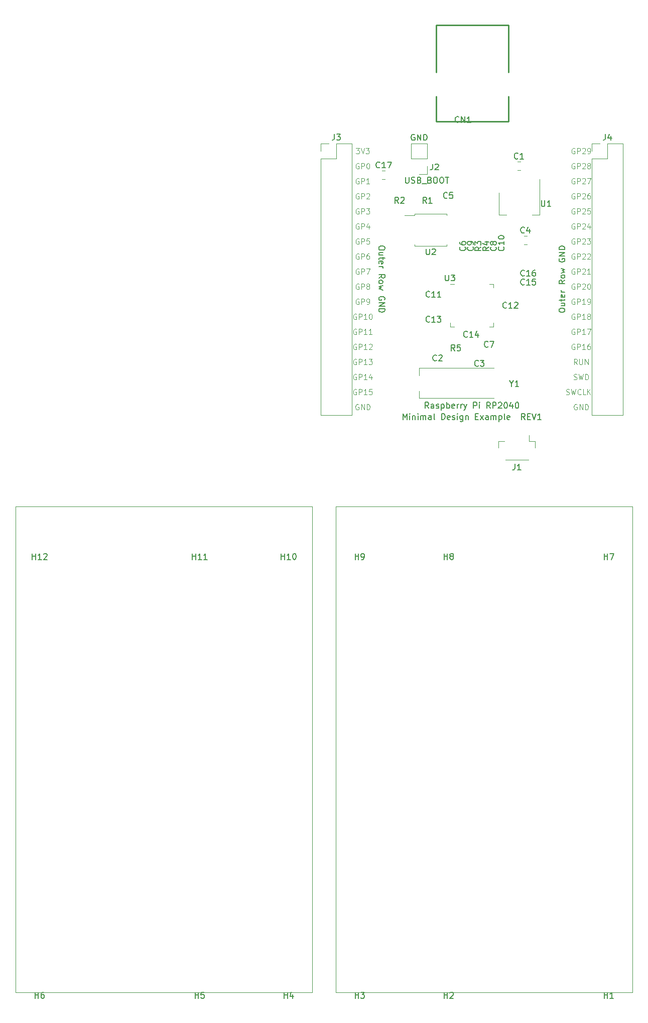
<source format=gbr>
G04 #@! TF.GenerationSoftware,KiCad,Pcbnew,(5.1.9)-1*
G04 #@! TF.CreationDate,2022-01-10T11:00:18-07:00*
G04 #@! TF.ProjectId,RP2040_minimal,52503230-3430-45f6-9d69-6e696d616c2e,REV1*
G04 #@! TF.SameCoordinates,Original*
G04 #@! TF.FileFunction,Legend,Top*
G04 #@! TF.FilePolarity,Positive*
%FSLAX46Y46*%
G04 Gerber Fmt 4.6, Leading zero omitted, Abs format (unit mm)*
G04 Created by KiCad (PCBNEW (5.1.9)-1) date 2022-01-10 11:00:18*
%MOMM*%
%LPD*%
G01*
G04 APERTURE LIST*
%ADD10C,0.120000*%
%ADD11C,0.150000*%
%ADD12C,0.100000*%
%ADD13C,0.254000*%
%ADD14C,0.258000*%
G04 APERTURE END LIST*
D10*
X127070000Y-133910000D02*
X77070000Y-133910000D01*
X73070000Y-133910000D02*
X23070000Y-133910000D01*
X23070000Y-215910000D02*
X73070000Y-215910000D01*
X77070000Y-215910000D02*
X127070000Y-215910000D01*
X77070000Y-215910000D02*
X77070000Y-133910000D01*
X73070000Y-215910000D02*
X73070000Y-133910000D01*
X127070000Y-215910000D02*
X127070000Y-133910000D01*
X23070000Y-215910000D02*
X23070000Y-133910000D01*
D11*
X114692380Y-100923333D02*
X114692380Y-100732857D01*
X114740000Y-100637619D01*
X114835238Y-100542380D01*
X115025714Y-100494761D01*
X115359047Y-100494761D01*
X115549523Y-100542380D01*
X115644761Y-100637619D01*
X115692380Y-100732857D01*
X115692380Y-100923333D01*
X115644761Y-101018571D01*
X115549523Y-101113809D01*
X115359047Y-101161428D01*
X115025714Y-101161428D01*
X114835238Y-101113809D01*
X114740000Y-101018571D01*
X114692380Y-100923333D01*
X115025714Y-99637619D02*
X115692380Y-99637619D01*
X115025714Y-100066190D02*
X115549523Y-100066190D01*
X115644761Y-100018571D01*
X115692380Y-99923333D01*
X115692380Y-99780476D01*
X115644761Y-99685238D01*
X115597142Y-99637619D01*
X115025714Y-99304285D02*
X115025714Y-98923333D01*
X114692380Y-99161428D02*
X115549523Y-99161428D01*
X115644761Y-99113809D01*
X115692380Y-99018571D01*
X115692380Y-98923333D01*
X115644761Y-98209047D02*
X115692380Y-98304285D01*
X115692380Y-98494761D01*
X115644761Y-98590000D01*
X115549523Y-98637619D01*
X115168571Y-98637619D01*
X115073333Y-98590000D01*
X115025714Y-98494761D01*
X115025714Y-98304285D01*
X115073333Y-98209047D01*
X115168571Y-98161428D01*
X115263809Y-98161428D01*
X115359047Y-98637619D01*
X115692380Y-97732857D02*
X115025714Y-97732857D01*
X115216190Y-97732857D02*
X115120952Y-97685238D01*
X115073333Y-97637619D01*
X115025714Y-97542380D01*
X115025714Y-97447142D01*
X115692380Y-95780476D02*
X115216190Y-96113809D01*
X115692380Y-96351904D02*
X114692380Y-96351904D01*
X114692380Y-95970952D01*
X114740000Y-95875714D01*
X114787619Y-95828095D01*
X114882857Y-95780476D01*
X115025714Y-95780476D01*
X115120952Y-95828095D01*
X115168571Y-95875714D01*
X115216190Y-95970952D01*
X115216190Y-96351904D01*
X115692380Y-95209047D02*
X115644761Y-95304285D01*
X115597142Y-95351904D01*
X115501904Y-95399523D01*
X115216190Y-95399523D01*
X115120952Y-95351904D01*
X115073333Y-95304285D01*
X115025714Y-95209047D01*
X115025714Y-95066190D01*
X115073333Y-94970952D01*
X115120952Y-94923333D01*
X115216190Y-94875714D01*
X115501904Y-94875714D01*
X115597142Y-94923333D01*
X115644761Y-94970952D01*
X115692380Y-95066190D01*
X115692380Y-95209047D01*
X115025714Y-94542380D02*
X115692380Y-94351904D01*
X115216190Y-94161428D01*
X115692380Y-93970952D01*
X115025714Y-93780476D01*
X114740000Y-92113809D02*
X114692380Y-92209047D01*
X114692380Y-92351904D01*
X114740000Y-92494761D01*
X114835238Y-92590000D01*
X114930476Y-92637619D01*
X115120952Y-92685238D01*
X115263809Y-92685238D01*
X115454285Y-92637619D01*
X115549523Y-92590000D01*
X115644761Y-92494761D01*
X115692380Y-92351904D01*
X115692380Y-92256666D01*
X115644761Y-92113809D01*
X115597142Y-92066190D01*
X115263809Y-92066190D01*
X115263809Y-92256666D01*
X115692380Y-91637619D02*
X114692380Y-91637619D01*
X115692380Y-91066190D01*
X114692380Y-91066190D01*
X115692380Y-90590000D02*
X114692380Y-90590000D01*
X114692380Y-90351904D01*
X114740000Y-90209047D01*
X114835238Y-90113809D01*
X114930476Y-90066190D01*
X115120952Y-90018571D01*
X115263809Y-90018571D01*
X115454285Y-90066190D01*
X115549523Y-90113809D01*
X115644761Y-90209047D01*
X115692380Y-90351904D01*
X115692380Y-90590000D01*
X85307619Y-90256666D02*
X85307619Y-90447142D01*
X85260000Y-90542380D01*
X85164761Y-90637619D01*
X84974285Y-90685238D01*
X84640952Y-90685238D01*
X84450476Y-90637619D01*
X84355238Y-90542380D01*
X84307619Y-90447142D01*
X84307619Y-90256666D01*
X84355238Y-90161428D01*
X84450476Y-90066190D01*
X84640952Y-90018571D01*
X84974285Y-90018571D01*
X85164761Y-90066190D01*
X85260000Y-90161428D01*
X85307619Y-90256666D01*
X84974285Y-91542380D02*
X84307619Y-91542380D01*
X84974285Y-91113809D02*
X84450476Y-91113809D01*
X84355238Y-91161428D01*
X84307619Y-91256666D01*
X84307619Y-91399523D01*
X84355238Y-91494761D01*
X84402857Y-91542380D01*
X84974285Y-91875714D02*
X84974285Y-92256666D01*
X85307619Y-92018571D02*
X84450476Y-92018571D01*
X84355238Y-92066190D01*
X84307619Y-92161428D01*
X84307619Y-92256666D01*
X84355238Y-92970952D02*
X84307619Y-92875714D01*
X84307619Y-92685238D01*
X84355238Y-92590000D01*
X84450476Y-92542380D01*
X84831428Y-92542380D01*
X84926666Y-92590000D01*
X84974285Y-92685238D01*
X84974285Y-92875714D01*
X84926666Y-92970952D01*
X84831428Y-93018571D01*
X84736190Y-93018571D01*
X84640952Y-92542380D01*
X84307619Y-93447142D02*
X84974285Y-93447142D01*
X84783809Y-93447142D02*
X84879047Y-93494761D01*
X84926666Y-93542380D01*
X84974285Y-93637619D01*
X84974285Y-93732857D01*
X84307619Y-95399523D02*
X84783809Y-95066190D01*
X84307619Y-94828095D02*
X85307619Y-94828095D01*
X85307619Y-95209047D01*
X85260000Y-95304285D01*
X85212380Y-95351904D01*
X85117142Y-95399523D01*
X84974285Y-95399523D01*
X84879047Y-95351904D01*
X84831428Y-95304285D01*
X84783809Y-95209047D01*
X84783809Y-94828095D01*
X84307619Y-95970952D02*
X84355238Y-95875714D01*
X84402857Y-95828095D01*
X84498095Y-95780476D01*
X84783809Y-95780476D01*
X84879047Y-95828095D01*
X84926666Y-95875714D01*
X84974285Y-95970952D01*
X84974285Y-96113809D01*
X84926666Y-96209047D01*
X84879047Y-96256666D01*
X84783809Y-96304285D01*
X84498095Y-96304285D01*
X84402857Y-96256666D01*
X84355238Y-96209047D01*
X84307619Y-96113809D01*
X84307619Y-95970952D01*
X84974285Y-96637619D02*
X84307619Y-96828095D01*
X84783809Y-97018571D01*
X84307619Y-97209047D01*
X84974285Y-97399523D01*
X85260000Y-99066190D02*
X85307619Y-98970952D01*
X85307619Y-98828095D01*
X85260000Y-98685238D01*
X85164761Y-98590000D01*
X85069523Y-98542380D01*
X84879047Y-98494761D01*
X84736190Y-98494761D01*
X84545714Y-98542380D01*
X84450476Y-98590000D01*
X84355238Y-98685238D01*
X84307619Y-98828095D01*
X84307619Y-98923333D01*
X84355238Y-99066190D01*
X84402857Y-99113809D01*
X84736190Y-99113809D01*
X84736190Y-98923333D01*
X84307619Y-99542380D02*
X85307619Y-99542380D01*
X84307619Y-100113809D01*
X85307619Y-100113809D01*
X84307619Y-100590000D02*
X85307619Y-100590000D01*
X85307619Y-100828095D01*
X85260000Y-100970952D01*
X85164761Y-101066190D01*
X85069523Y-101113809D01*
X84879047Y-101161428D01*
X84736190Y-101161428D01*
X84545714Y-101113809D01*
X84450476Y-101066190D01*
X84355238Y-100970952D01*
X84307619Y-100828095D01*
X84307619Y-100590000D01*
D12*
X117343571Y-73550000D02*
X117257857Y-73507142D01*
X117129285Y-73507142D01*
X117000714Y-73550000D01*
X116915000Y-73635714D01*
X116872142Y-73721428D01*
X116829285Y-73892857D01*
X116829285Y-74021428D01*
X116872142Y-74192857D01*
X116915000Y-74278571D01*
X117000714Y-74364285D01*
X117129285Y-74407142D01*
X117215000Y-74407142D01*
X117343571Y-74364285D01*
X117386428Y-74321428D01*
X117386428Y-74021428D01*
X117215000Y-74021428D01*
X117772142Y-74407142D02*
X117772142Y-73507142D01*
X118115000Y-73507142D01*
X118200714Y-73550000D01*
X118243571Y-73592857D01*
X118286428Y-73678571D01*
X118286428Y-73807142D01*
X118243571Y-73892857D01*
X118200714Y-73935714D01*
X118115000Y-73978571D01*
X117772142Y-73978571D01*
X118629285Y-73592857D02*
X118672142Y-73550000D01*
X118757857Y-73507142D01*
X118972142Y-73507142D01*
X119057857Y-73550000D01*
X119100714Y-73592857D01*
X119143571Y-73678571D01*
X119143571Y-73764285D01*
X119100714Y-73892857D01*
X118586428Y-74407142D01*
X119143571Y-74407142D01*
X119572142Y-74407142D02*
X119743571Y-74407142D01*
X119829285Y-74364285D01*
X119872142Y-74321428D01*
X119957857Y-74192857D01*
X120000714Y-74021428D01*
X120000714Y-73678571D01*
X119957857Y-73592857D01*
X119915000Y-73550000D01*
X119829285Y-73507142D01*
X119657857Y-73507142D01*
X119572142Y-73550000D01*
X119529285Y-73592857D01*
X119486428Y-73678571D01*
X119486428Y-73892857D01*
X119529285Y-73978571D01*
X119572142Y-74021428D01*
X119657857Y-74064285D01*
X119829285Y-74064285D01*
X119915000Y-74021428D01*
X119957857Y-73978571D01*
X120000714Y-73892857D01*
X117729285Y-116730000D02*
X117643571Y-116687142D01*
X117515000Y-116687142D01*
X117386428Y-116730000D01*
X117300714Y-116815714D01*
X117257857Y-116901428D01*
X117215000Y-117072857D01*
X117215000Y-117201428D01*
X117257857Y-117372857D01*
X117300714Y-117458571D01*
X117386428Y-117544285D01*
X117515000Y-117587142D01*
X117600714Y-117587142D01*
X117729285Y-117544285D01*
X117772142Y-117501428D01*
X117772142Y-117201428D01*
X117600714Y-117201428D01*
X118157857Y-117587142D02*
X118157857Y-116687142D01*
X118672142Y-117587142D01*
X118672142Y-116687142D01*
X119100714Y-117587142D02*
X119100714Y-116687142D01*
X119315000Y-116687142D01*
X119443571Y-116730000D01*
X119529285Y-116815714D01*
X119572142Y-116901428D01*
X119615000Y-117072857D01*
X119615000Y-117201428D01*
X119572142Y-117372857D01*
X119529285Y-117458571D01*
X119443571Y-117544285D01*
X119315000Y-117587142D01*
X119100714Y-117587142D01*
X80899285Y-116730000D02*
X80813571Y-116687142D01*
X80685000Y-116687142D01*
X80556428Y-116730000D01*
X80470714Y-116815714D01*
X80427857Y-116901428D01*
X80385000Y-117072857D01*
X80385000Y-117201428D01*
X80427857Y-117372857D01*
X80470714Y-117458571D01*
X80556428Y-117544285D01*
X80685000Y-117587142D01*
X80770714Y-117587142D01*
X80899285Y-117544285D01*
X80942142Y-117501428D01*
X80942142Y-117201428D01*
X80770714Y-117201428D01*
X81327857Y-117587142D02*
X81327857Y-116687142D01*
X81842142Y-117587142D01*
X81842142Y-116687142D01*
X82270714Y-117587142D02*
X82270714Y-116687142D01*
X82485000Y-116687142D01*
X82613571Y-116730000D01*
X82699285Y-116815714D01*
X82742142Y-116901428D01*
X82785000Y-117072857D01*
X82785000Y-117201428D01*
X82742142Y-117372857D01*
X82699285Y-117458571D01*
X82613571Y-117544285D01*
X82485000Y-117587142D01*
X82270714Y-117587142D01*
X117750714Y-109967142D02*
X117450714Y-109538571D01*
X117236428Y-109967142D02*
X117236428Y-109067142D01*
X117579285Y-109067142D01*
X117665000Y-109110000D01*
X117707857Y-109152857D01*
X117750714Y-109238571D01*
X117750714Y-109367142D01*
X117707857Y-109452857D01*
X117665000Y-109495714D01*
X117579285Y-109538571D01*
X117236428Y-109538571D01*
X118136428Y-109067142D02*
X118136428Y-109795714D01*
X118179285Y-109881428D01*
X118222142Y-109924285D01*
X118307857Y-109967142D01*
X118479285Y-109967142D01*
X118565000Y-109924285D01*
X118607857Y-109881428D01*
X118650714Y-109795714D01*
X118650714Y-109067142D01*
X119079285Y-109967142D02*
X119079285Y-109067142D01*
X119593571Y-109967142D01*
X119593571Y-109067142D01*
X117343571Y-106570000D02*
X117257857Y-106527142D01*
X117129285Y-106527142D01*
X117000714Y-106570000D01*
X116915000Y-106655714D01*
X116872142Y-106741428D01*
X116829285Y-106912857D01*
X116829285Y-107041428D01*
X116872142Y-107212857D01*
X116915000Y-107298571D01*
X117000714Y-107384285D01*
X117129285Y-107427142D01*
X117215000Y-107427142D01*
X117343571Y-107384285D01*
X117386428Y-107341428D01*
X117386428Y-107041428D01*
X117215000Y-107041428D01*
X117772142Y-107427142D02*
X117772142Y-106527142D01*
X118115000Y-106527142D01*
X118200714Y-106570000D01*
X118243571Y-106612857D01*
X118286428Y-106698571D01*
X118286428Y-106827142D01*
X118243571Y-106912857D01*
X118200714Y-106955714D01*
X118115000Y-106998571D01*
X117772142Y-106998571D01*
X119143571Y-107427142D02*
X118629285Y-107427142D01*
X118886428Y-107427142D02*
X118886428Y-106527142D01*
X118800714Y-106655714D01*
X118715000Y-106741428D01*
X118629285Y-106784285D01*
X119915000Y-106527142D02*
X119743571Y-106527142D01*
X119657857Y-106570000D01*
X119615000Y-106612857D01*
X119529285Y-106741428D01*
X119486428Y-106912857D01*
X119486428Y-107255714D01*
X119529285Y-107341428D01*
X119572142Y-107384285D01*
X119657857Y-107427142D01*
X119829285Y-107427142D01*
X119915000Y-107384285D01*
X119957857Y-107341428D01*
X120000714Y-107255714D01*
X120000714Y-107041428D01*
X119957857Y-106955714D01*
X119915000Y-106912857D01*
X119829285Y-106870000D01*
X119657857Y-106870000D01*
X119572142Y-106912857D01*
X119529285Y-106955714D01*
X119486428Y-107041428D01*
X117193571Y-112464285D02*
X117322142Y-112507142D01*
X117536428Y-112507142D01*
X117622142Y-112464285D01*
X117665000Y-112421428D01*
X117707857Y-112335714D01*
X117707857Y-112250000D01*
X117665000Y-112164285D01*
X117622142Y-112121428D01*
X117536428Y-112078571D01*
X117365000Y-112035714D01*
X117279285Y-111992857D01*
X117236428Y-111950000D01*
X117193571Y-111864285D01*
X117193571Y-111778571D01*
X117236428Y-111692857D01*
X117279285Y-111650000D01*
X117365000Y-111607142D01*
X117579285Y-111607142D01*
X117707857Y-111650000D01*
X118007857Y-111607142D02*
X118222142Y-112507142D01*
X118393571Y-111864285D01*
X118565000Y-112507142D01*
X118779285Y-111607142D01*
X119122142Y-112507142D02*
X119122142Y-111607142D01*
X119336428Y-111607142D01*
X119465000Y-111650000D01*
X119550714Y-111735714D01*
X119593571Y-111821428D01*
X119636428Y-111992857D01*
X119636428Y-112121428D01*
X119593571Y-112292857D01*
X119550714Y-112378571D01*
X119465000Y-112464285D01*
X119336428Y-112507142D01*
X119122142Y-112507142D01*
X115934785Y-115004285D02*
X116063357Y-115047142D01*
X116277642Y-115047142D01*
X116363357Y-115004285D01*
X116406214Y-114961428D01*
X116449071Y-114875714D01*
X116449071Y-114790000D01*
X116406214Y-114704285D01*
X116363357Y-114661428D01*
X116277642Y-114618571D01*
X116106214Y-114575714D01*
X116020500Y-114532857D01*
X115977642Y-114490000D01*
X115934785Y-114404285D01*
X115934785Y-114318571D01*
X115977642Y-114232857D01*
X116020500Y-114190000D01*
X116106214Y-114147142D01*
X116320500Y-114147142D01*
X116449071Y-114190000D01*
X116749071Y-114147142D02*
X116963357Y-115047142D01*
X117134785Y-114404285D01*
X117306214Y-115047142D01*
X117520500Y-114147142D01*
X118377642Y-114961428D02*
X118334785Y-115004285D01*
X118206214Y-115047142D01*
X118120500Y-115047142D01*
X117991928Y-115004285D01*
X117906214Y-114918571D01*
X117863357Y-114832857D01*
X117820500Y-114661428D01*
X117820500Y-114532857D01*
X117863357Y-114361428D01*
X117906214Y-114275714D01*
X117991928Y-114190000D01*
X118120500Y-114147142D01*
X118206214Y-114147142D01*
X118334785Y-114190000D01*
X118377642Y-114232857D01*
X119191928Y-115047142D02*
X118763357Y-115047142D01*
X118763357Y-114147142D01*
X119491928Y-115047142D02*
X119491928Y-114147142D01*
X120006214Y-115047142D02*
X119620500Y-114532857D01*
X120006214Y-114147142D02*
X119491928Y-114661428D01*
X117343571Y-101490000D02*
X117257857Y-101447142D01*
X117129285Y-101447142D01*
X117000714Y-101490000D01*
X116915000Y-101575714D01*
X116872142Y-101661428D01*
X116829285Y-101832857D01*
X116829285Y-101961428D01*
X116872142Y-102132857D01*
X116915000Y-102218571D01*
X117000714Y-102304285D01*
X117129285Y-102347142D01*
X117215000Y-102347142D01*
X117343571Y-102304285D01*
X117386428Y-102261428D01*
X117386428Y-101961428D01*
X117215000Y-101961428D01*
X117772142Y-102347142D02*
X117772142Y-101447142D01*
X118115000Y-101447142D01*
X118200714Y-101490000D01*
X118243571Y-101532857D01*
X118286428Y-101618571D01*
X118286428Y-101747142D01*
X118243571Y-101832857D01*
X118200714Y-101875714D01*
X118115000Y-101918571D01*
X117772142Y-101918571D01*
X119143571Y-102347142D02*
X118629285Y-102347142D01*
X118886428Y-102347142D02*
X118886428Y-101447142D01*
X118800714Y-101575714D01*
X118715000Y-101661428D01*
X118629285Y-101704285D01*
X119657857Y-101832857D02*
X119572142Y-101790000D01*
X119529285Y-101747142D01*
X119486428Y-101661428D01*
X119486428Y-101618571D01*
X119529285Y-101532857D01*
X119572142Y-101490000D01*
X119657857Y-101447142D01*
X119829285Y-101447142D01*
X119915000Y-101490000D01*
X119957857Y-101532857D01*
X120000714Y-101618571D01*
X120000714Y-101661428D01*
X119957857Y-101747142D01*
X119915000Y-101790000D01*
X119829285Y-101832857D01*
X119657857Y-101832857D01*
X119572142Y-101875714D01*
X119529285Y-101918571D01*
X119486428Y-102004285D01*
X119486428Y-102175714D01*
X119529285Y-102261428D01*
X119572142Y-102304285D01*
X119657857Y-102347142D01*
X119829285Y-102347142D01*
X119915000Y-102304285D01*
X119957857Y-102261428D01*
X120000714Y-102175714D01*
X120000714Y-102004285D01*
X119957857Y-101918571D01*
X119915000Y-101875714D01*
X119829285Y-101832857D01*
X117343571Y-91330000D02*
X117257857Y-91287142D01*
X117129285Y-91287142D01*
X117000714Y-91330000D01*
X116915000Y-91415714D01*
X116872142Y-91501428D01*
X116829285Y-91672857D01*
X116829285Y-91801428D01*
X116872142Y-91972857D01*
X116915000Y-92058571D01*
X117000714Y-92144285D01*
X117129285Y-92187142D01*
X117215000Y-92187142D01*
X117343571Y-92144285D01*
X117386428Y-92101428D01*
X117386428Y-91801428D01*
X117215000Y-91801428D01*
X117772142Y-92187142D02*
X117772142Y-91287142D01*
X118115000Y-91287142D01*
X118200714Y-91330000D01*
X118243571Y-91372857D01*
X118286428Y-91458571D01*
X118286428Y-91587142D01*
X118243571Y-91672857D01*
X118200714Y-91715714D01*
X118115000Y-91758571D01*
X117772142Y-91758571D01*
X118629285Y-91372857D02*
X118672142Y-91330000D01*
X118757857Y-91287142D01*
X118972142Y-91287142D01*
X119057857Y-91330000D01*
X119100714Y-91372857D01*
X119143571Y-91458571D01*
X119143571Y-91544285D01*
X119100714Y-91672857D01*
X118586428Y-92187142D01*
X119143571Y-92187142D01*
X119486428Y-91372857D02*
X119529285Y-91330000D01*
X119615000Y-91287142D01*
X119829285Y-91287142D01*
X119915000Y-91330000D01*
X119957857Y-91372857D01*
X120000714Y-91458571D01*
X120000714Y-91544285D01*
X119957857Y-91672857D01*
X119443571Y-92187142D01*
X120000714Y-92187142D01*
X117343571Y-104030000D02*
X117257857Y-103987142D01*
X117129285Y-103987142D01*
X117000714Y-104030000D01*
X116915000Y-104115714D01*
X116872142Y-104201428D01*
X116829285Y-104372857D01*
X116829285Y-104501428D01*
X116872142Y-104672857D01*
X116915000Y-104758571D01*
X117000714Y-104844285D01*
X117129285Y-104887142D01*
X117215000Y-104887142D01*
X117343571Y-104844285D01*
X117386428Y-104801428D01*
X117386428Y-104501428D01*
X117215000Y-104501428D01*
X117772142Y-104887142D02*
X117772142Y-103987142D01*
X118115000Y-103987142D01*
X118200714Y-104030000D01*
X118243571Y-104072857D01*
X118286428Y-104158571D01*
X118286428Y-104287142D01*
X118243571Y-104372857D01*
X118200714Y-104415714D01*
X118115000Y-104458571D01*
X117772142Y-104458571D01*
X119143571Y-104887142D02*
X118629285Y-104887142D01*
X118886428Y-104887142D02*
X118886428Y-103987142D01*
X118800714Y-104115714D01*
X118715000Y-104201428D01*
X118629285Y-104244285D01*
X119443571Y-103987142D02*
X120043571Y-103987142D01*
X119657857Y-104887142D01*
X117343571Y-98950000D02*
X117257857Y-98907142D01*
X117129285Y-98907142D01*
X117000714Y-98950000D01*
X116915000Y-99035714D01*
X116872142Y-99121428D01*
X116829285Y-99292857D01*
X116829285Y-99421428D01*
X116872142Y-99592857D01*
X116915000Y-99678571D01*
X117000714Y-99764285D01*
X117129285Y-99807142D01*
X117215000Y-99807142D01*
X117343571Y-99764285D01*
X117386428Y-99721428D01*
X117386428Y-99421428D01*
X117215000Y-99421428D01*
X117772142Y-99807142D02*
X117772142Y-98907142D01*
X118115000Y-98907142D01*
X118200714Y-98950000D01*
X118243571Y-98992857D01*
X118286428Y-99078571D01*
X118286428Y-99207142D01*
X118243571Y-99292857D01*
X118200714Y-99335714D01*
X118115000Y-99378571D01*
X117772142Y-99378571D01*
X119143571Y-99807142D02*
X118629285Y-99807142D01*
X118886428Y-99807142D02*
X118886428Y-98907142D01*
X118800714Y-99035714D01*
X118715000Y-99121428D01*
X118629285Y-99164285D01*
X119572142Y-99807142D02*
X119743571Y-99807142D01*
X119829285Y-99764285D01*
X119872142Y-99721428D01*
X119957857Y-99592857D01*
X120000714Y-99421428D01*
X120000714Y-99078571D01*
X119957857Y-98992857D01*
X119915000Y-98950000D01*
X119829285Y-98907142D01*
X119657857Y-98907142D01*
X119572142Y-98950000D01*
X119529285Y-98992857D01*
X119486428Y-99078571D01*
X119486428Y-99292857D01*
X119529285Y-99378571D01*
X119572142Y-99421428D01*
X119657857Y-99464285D01*
X119829285Y-99464285D01*
X119915000Y-99421428D01*
X119957857Y-99378571D01*
X120000714Y-99292857D01*
X117343571Y-96410000D02*
X117257857Y-96367142D01*
X117129285Y-96367142D01*
X117000714Y-96410000D01*
X116915000Y-96495714D01*
X116872142Y-96581428D01*
X116829285Y-96752857D01*
X116829285Y-96881428D01*
X116872142Y-97052857D01*
X116915000Y-97138571D01*
X117000714Y-97224285D01*
X117129285Y-97267142D01*
X117215000Y-97267142D01*
X117343571Y-97224285D01*
X117386428Y-97181428D01*
X117386428Y-96881428D01*
X117215000Y-96881428D01*
X117772142Y-97267142D02*
X117772142Y-96367142D01*
X118115000Y-96367142D01*
X118200714Y-96410000D01*
X118243571Y-96452857D01*
X118286428Y-96538571D01*
X118286428Y-96667142D01*
X118243571Y-96752857D01*
X118200714Y-96795714D01*
X118115000Y-96838571D01*
X117772142Y-96838571D01*
X118629285Y-96452857D02*
X118672142Y-96410000D01*
X118757857Y-96367142D01*
X118972142Y-96367142D01*
X119057857Y-96410000D01*
X119100714Y-96452857D01*
X119143571Y-96538571D01*
X119143571Y-96624285D01*
X119100714Y-96752857D01*
X118586428Y-97267142D01*
X119143571Y-97267142D01*
X119700714Y-96367142D02*
X119786428Y-96367142D01*
X119872142Y-96410000D01*
X119915000Y-96452857D01*
X119957857Y-96538571D01*
X120000714Y-96710000D01*
X120000714Y-96924285D01*
X119957857Y-97095714D01*
X119915000Y-97181428D01*
X119872142Y-97224285D01*
X119786428Y-97267142D01*
X119700714Y-97267142D01*
X119615000Y-97224285D01*
X119572142Y-97181428D01*
X119529285Y-97095714D01*
X119486428Y-96924285D01*
X119486428Y-96710000D01*
X119529285Y-96538571D01*
X119572142Y-96452857D01*
X119615000Y-96410000D01*
X119700714Y-96367142D01*
X117343571Y-93870000D02*
X117257857Y-93827142D01*
X117129285Y-93827142D01*
X117000714Y-93870000D01*
X116915000Y-93955714D01*
X116872142Y-94041428D01*
X116829285Y-94212857D01*
X116829285Y-94341428D01*
X116872142Y-94512857D01*
X116915000Y-94598571D01*
X117000714Y-94684285D01*
X117129285Y-94727142D01*
X117215000Y-94727142D01*
X117343571Y-94684285D01*
X117386428Y-94641428D01*
X117386428Y-94341428D01*
X117215000Y-94341428D01*
X117772142Y-94727142D02*
X117772142Y-93827142D01*
X118115000Y-93827142D01*
X118200714Y-93870000D01*
X118243571Y-93912857D01*
X118286428Y-93998571D01*
X118286428Y-94127142D01*
X118243571Y-94212857D01*
X118200714Y-94255714D01*
X118115000Y-94298571D01*
X117772142Y-94298571D01*
X118629285Y-93912857D02*
X118672142Y-93870000D01*
X118757857Y-93827142D01*
X118972142Y-93827142D01*
X119057857Y-93870000D01*
X119100714Y-93912857D01*
X119143571Y-93998571D01*
X119143571Y-94084285D01*
X119100714Y-94212857D01*
X118586428Y-94727142D01*
X119143571Y-94727142D01*
X120000714Y-94727142D02*
X119486428Y-94727142D01*
X119743571Y-94727142D02*
X119743571Y-93827142D01*
X119657857Y-93955714D01*
X119572142Y-94041428D01*
X119486428Y-94084285D01*
X117343571Y-88790000D02*
X117257857Y-88747142D01*
X117129285Y-88747142D01*
X117000714Y-88790000D01*
X116915000Y-88875714D01*
X116872142Y-88961428D01*
X116829285Y-89132857D01*
X116829285Y-89261428D01*
X116872142Y-89432857D01*
X116915000Y-89518571D01*
X117000714Y-89604285D01*
X117129285Y-89647142D01*
X117215000Y-89647142D01*
X117343571Y-89604285D01*
X117386428Y-89561428D01*
X117386428Y-89261428D01*
X117215000Y-89261428D01*
X117772142Y-89647142D02*
X117772142Y-88747142D01*
X118115000Y-88747142D01*
X118200714Y-88790000D01*
X118243571Y-88832857D01*
X118286428Y-88918571D01*
X118286428Y-89047142D01*
X118243571Y-89132857D01*
X118200714Y-89175714D01*
X118115000Y-89218571D01*
X117772142Y-89218571D01*
X118629285Y-88832857D02*
X118672142Y-88790000D01*
X118757857Y-88747142D01*
X118972142Y-88747142D01*
X119057857Y-88790000D01*
X119100714Y-88832857D01*
X119143571Y-88918571D01*
X119143571Y-89004285D01*
X119100714Y-89132857D01*
X118586428Y-89647142D01*
X119143571Y-89647142D01*
X119443571Y-88747142D02*
X120000714Y-88747142D01*
X119700714Y-89090000D01*
X119829285Y-89090000D01*
X119915000Y-89132857D01*
X119957857Y-89175714D01*
X120000714Y-89261428D01*
X120000714Y-89475714D01*
X119957857Y-89561428D01*
X119915000Y-89604285D01*
X119829285Y-89647142D01*
X119572142Y-89647142D01*
X119486428Y-89604285D01*
X119443571Y-89561428D01*
X117343571Y-86250000D02*
X117257857Y-86207142D01*
X117129285Y-86207142D01*
X117000714Y-86250000D01*
X116915000Y-86335714D01*
X116872142Y-86421428D01*
X116829285Y-86592857D01*
X116829285Y-86721428D01*
X116872142Y-86892857D01*
X116915000Y-86978571D01*
X117000714Y-87064285D01*
X117129285Y-87107142D01*
X117215000Y-87107142D01*
X117343571Y-87064285D01*
X117386428Y-87021428D01*
X117386428Y-86721428D01*
X117215000Y-86721428D01*
X117772142Y-87107142D02*
X117772142Y-86207142D01*
X118115000Y-86207142D01*
X118200714Y-86250000D01*
X118243571Y-86292857D01*
X118286428Y-86378571D01*
X118286428Y-86507142D01*
X118243571Y-86592857D01*
X118200714Y-86635714D01*
X118115000Y-86678571D01*
X117772142Y-86678571D01*
X118629285Y-86292857D02*
X118672142Y-86250000D01*
X118757857Y-86207142D01*
X118972142Y-86207142D01*
X119057857Y-86250000D01*
X119100714Y-86292857D01*
X119143571Y-86378571D01*
X119143571Y-86464285D01*
X119100714Y-86592857D01*
X118586428Y-87107142D01*
X119143571Y-87107142D01*
X119915000Y-86507142D02*
X119915000Y-87107142D01*
X119700714Y-86164285D02*
X119486428Y-86807142D01*
X120043571Y-86807142D01*
X117343571Y-83710000D02*
X117257857Y-83667142D01*
X117129285Y-83667142D01*
X117000714Y-83710000D01*
X116915000Y-83795714D01*
X116872142Y-83881428D01*
X116829285Y-84052857D01*
X116829285Y-84181428D01*
X116872142Y-84352857D01*
X116915000Y-84438571D01*
X117000714Y-84524285D01*
X117129285Y-84567142D01*
X117215000Y-84567142D01*
X117343571Y-84524285D01*
X117386428Y-84481428D01*
X117386428Y-84181428D01*
X117215000Y-84181428D01*
X117772142Y-84567142D02*
X117772142Y-83667142D01*
X118115000Y-83667142D01*
X118200714Y-83710000D01*
X118243571Y-83752857D01*
X118286428Y-83838571D01*
X118286428Y-83967142D01*
X118243571Y-84052857D01*
X118200714Y-84095714D01*
X118115000Y-84138571D01*
X117772142Y-84138571D01*
X118629285Y-83752857D02*
X118672142Y-83710000D01*
X118757857Y-83667142D01*
X118972142Y-83667142D01*
X119057857Y-83710000D01*
X119100714Y-83752857D01*
X119143571Y-83838571D01*
X119143571Y-83924285D01*
X119100714Y-84052857D01*
X118586428Y-84567142D01*
X119143571Y-84567142D01*
X119957857Y-83667142D02*
X119529285Y-83667142D01*
X119486428Y-84095714D01*
X119529285Y-84052857D01*
X119615000Y-84010000D01*
X119829285Y-84010000D01*
X119915000Y-84052857D01*
X119957857Y-84095714D01*
X120000714Y-84181428D01*
X120000714Y-84395714D01*
X119957857Y-84481428D01*
X119915000Y-84524285D01*
X119829285Y-84567142D01*
X119615000Y-84567142D01*
X119529285Y-84524285D01*
X119486428Y-84481428D01*
X117343571Y-81170000D02*
X117257857Y-81127142D01*
X117129285Y-81127142D01*
X117000714Y-81170000D01*
X116915000Y-81255714D01*
X116872142Y-81341428D01*
X116829285Y-81512857D01*
X116829285Y-81641428D01*
X116872142Y-81812857D01*
X116915000Y-81898571D01*
X117000714Y-81984285D01*
X117129285Y-82027142D01*
X117215000Y-82027142D01*
X117343571Y-81984285D01*
X117386428Y-81941428D01*
X117386428Y-81641428D01*
X117215000Y-81641428D01*
X117772142Y-82027142D02*
X117772142Y-81127142D01*
X118115000Y-81127142D01*
X118200714Y-81170000D01*
X118243571Y-81212857D01*
X118286428Y-81298571D01*
X118286428Y-81427142D01*
X118243571Y-81512857D01*
X118200714Y-81555714D01*
X118115000Y-81598571D01*
X117772142Y-81598571D01*
X118629285Y-81212857D02*
X118672142Y-81170000D01*
X118757857Y-81127142D01*
X118972142Y-81127142D01*
X119057857Y-81170000D01*
X119100714Y-81212857D01*
X119143571Y-81298571D01*
X119143571Y-81384285D01*
X119100714Y-81512857D01*
X118586428Y-82027142D01*
X119143571Y-82027142D01*
X119915000Y-81127142D02*
X119743571Y-81127142D01*
X119657857Y-81170000D01*
X119615000Y-81212857D01*
X119529285Y-81341428D01*
X119486428Y-81512857D01*
X119486428Y-81855714D01*
X119529285Y-81941428D01*
X119572142Y-81984285D01*
X119657857Y-82027142D01*
X119829285Y-82027142D01*
X119915000Y-81984285D01*
X119957857Y-81941428D01*
X120000714Y-81855714D01*
X120000714Y-81641428D01*
X119957857Y-81555714D01*
X119915000Y-81512857D01*
X119829285Y-81470000D01*
X119657857Y-81470000D01*
X119572142Y-81512857D01*
X119529285Y-81555714D01*
X119486428Y-81641428D01*
X117343571Y-78630000D02*
X117257857Y-78587142D01*
X117129285Y-78587142D01*
X117000714Y-78630000D01*
X116915000Y-78715714D01*
X116872142Y-78801428D01*
X116829285Y-78972857D01*
X116829285Y-79101428D01*
X116872142Y-79272857D01*
X116915000Y-79358571D01*
X117000714Y-79444285D01*
X117129285Y-79487142D01*
X117215000Y-79487142D01*
X117343571Y-79444285D01*
X117386428Y-79401428D01*
X117386428Y-79101428D01*
X117215000Y-79101428D01*
X117772142Y-79487142D02*
X117772142Y-78587142D01*
X118115000Y-78587142D01*
X118200714Y-78630000D01*
X118243571Y-78672857D01*
X118286428Y-78758571D01*
X118286428Y-78887142D01*
X118243571Y-78972857D01*
X118200714Y-79015714D01*
X118115000Y-79058571D01*
X117772142Y-79058571D01*
X118629285Y-78672857D02*
X118672142Y-78630000D01*
X118757857Y-78587142D01*
X118972142Y-78587142D01*
X119057857Y-78630000D01*
X119100714Y-78672857D01*
X119143571Y-78758571D01*
X119143571Y-78844285D01*
X119100714Y-78972857D01*
X118586428Y-79487142D01*
X119143571Y-79487142D01*
X119443571Y-78587142D02*
X120043571Y-78587142D01*
X119657857Y-79487142D01*
X117343571Y-76090000D02*
X117257857Y-76047142D01*
X117129285Y-76047142D01*
X117000714Y-76090000D01*
X116915000Y-76175714D01*
X116872142Y-76261428D01*
X116829285Y-76432857D01*
X116829285Y-76561428D01*
X116872142Y-76732857D01*
X116915000Y-76818571D01*
X117000714Y-76904285D01*
X117129285Y-76947142D01*
X117215000Y-76947142D01*
X117343571Y-76904285D01*
X117386428Y-76861428D01*
X117386428Y-76561428D01*
X117215000Y-76561428D01*
X117772142Y-76947142D02*
X117772142Y-76047142D01*
X118115000Y-76047142D01*
X118200714Y-76090000D01*
X118243571Y-76132857D01*
X118286428Y-76218571D01*
X118286428Y-76347142D01*
X118243571Y-76432857D01*
X118200714Y-76475714D01*
X118115000Y-76518571D01*
X117772142Y-76518571D01*
X118629285Y-76132857D02*
X118672142Y-76090000D01*
X118757857Y-76047142D01*
X118972142Y-76047142D01*
X119057857Y-76090000D01*
X119100714Y-76132857D01*
X119143571Y-76218571D01*
X119143571Y-76304285D01*
X119100714Y-76432857D01*
X118586428Y-76947142D01*
X119143571Y-76947142D01*
X119657857Y-76432857D02*
X119572142Y-76390000D01*
X119529285Y-76347142D01*
X119486428Y-76261428D01*
X119486428Y-76218571D01*
X119529285Y-76132857D01*
X119572142Y-76090000D01*
X119657857Y-76047142D01*
X119829285Y-76047142D01*
X119915000Y-76090000D01*
X119957857Y-76132857D01*
X120000714Y-76218571D01*
X120000714Y-76261428D01*
X119957857Y-76347142D01*
X119915000Y-76390000D01*
X119829285Y-76432857D01*
X119657857Y-76432857D01*
X119572142Y-76475714D01*
X119529285Y-76518571D01*
X119486428Y-76604285D01*
X119486428Y-76775714D01*
X119529285Y-76861428D01*
X119572142Y-76904285D01*
X119657857Y-76947142D01*
X119829285Y-76947142D01*
X119915000Y-76904285D01*
X119957857Y-76861428D01*
X120000714Y-76775714D01*
X120000714Y-76604285D01*
X119957857Y-76518571D01*
X119915000Y-76475714D01*
X119829285Y-76432857D01*
X80513571Y-111650000D02*
X80427857Y-111607142D01*
X80299285Y-111607142D01*
X80170714Y-111650000D01*
X80085000Y-111735714D01*
X80042142Y-111821428D01*
X79999285Y-111992857D01*
X79999285Y-112121428D01*
X80042142Y-112292857D01*
X80085000Y-112378571D01*
X80170714Y-112464285D01*
X80299285Y-112507142D01*
X80385000Y-112507142D01*
X80513571Y-112464285D01*
X80556428Y-112421428D01*
X80556428Y-112121428D01*
X80385000Y-112121428D01*
X80942142Y-112507142D02*
X80942142Y-111607142D01*
X81285000Y-111607142D01*
X81370714Y-111650000D01*
X81413571Y-111692857D01*
X81456428Y-111778571D01*
X81456428Y-111907142D01*
X81413571Y-111992857D01*
X81370714Y-112035714D01*
X81285000Y-112078571D01*
X80942142Y-112078571D01*
X82313571Y-112507142D02*
X81799285Y-112507142D01*
X82056428Y-112507142D02*
X82056428Y-111607142D01*
X81970714Y-111735714D01*
X81885000Y-111821428D01*
X81799285Y-111864285D01*
X83085000Y-111907142D02*
X83085000Y-112507142D01*
X82870714Y-111564285D02*
X82656428Y-112207142D01*
X83213571Y-112207142D01*
X80513571Y-114190000D02*
X80427857Y-114147142D01*
X80299285Y-114147142D01*
X80170714Y-114190000D01*
X80085000Y-114275714D01*
X80042142Y-114361428D01*
X79999285Y-114532857D01*
X79999285Y-114661428D01*
X80042142Y-114832857D01*
X80085000Y-114918571D01*
X80170714Y-115004285D01*
X80299285Y-115047142D01*
X80385000Y-115047142D01*
X80513571Y-115004285D01*
X80556428Y-114961428D01*
X80556428Y-114661428D01*
X80385000Y-114661428D01*
X80942142Y-115047142D02*
X80942142Y-114147142D01*
X81285000Y-114147142D01*
X81370714Y-114190000D01*
X81413571Y-114232857D01*
X81456428Y-114318571D01*
X81456428Y-114447142D01*
X81413571Y-114532857D01*
X81370714Y-114575714D01*
X81285000Y-114618571D01*
X80942142Y-114618571D01*
X82313571Y-115047142D02*
X81799285Y-115047142D01*
X82056428Y-115047142D02*
X82056428Y-114147142D01*
X81970714Y-114275714D01*
X81885000Y-114361428D01*
X81799285Y-114404285D01*
X83127857Y-114147142D02*
X82699285Y-114147142D01*
X82656428Y-114575714D01*
X82699285Y-114532857D01*
X82785000Y-114490000D01*
X82999285Y-114490000D01*
X83085000Y-114532857D01*
X83127857Y-114575714D01*
X83170714Y-114661428D01*
X83170714Y-114875714D01*
X83127857Y-114961428D01*
X83085000Y-115004285D01*
X82999285Y-115047142D01*
X82785000Y-115047142D01*
X82699285Y-115004285D01*
X82656428Y-114961428D01*
X80513571Y-109110000D02*
X80427857Y-109067142D01*
X80299285Y-109067142D01*
X80170714Y-109110000D01*
X80085000Y-109195714D01*
X80042142Y-109281428D01*
X79999285Y-109452857D01*
X79999285Y-109581428D01*
X80042142Y-109752857D01*
X80085000Y-109838571D01*
X80170714Y-109924285D01*
X80299285Y-109967142D01*
X80385000Y-109967142D01*
X80513571Y-109924285D01*
X80556428Y-109881428D01*
X80556428Y-109581428D01*
X80385000Y-109581428D01*
X80942142Y-109967142D02*
X80942142Y-109067142D01*
X81285000Y-109067142D01*
X81370714Y-109110000D01*
X81413571Y-109152857D01*
X81456428Y-109238571D01*
X81456428Y-109367142D01*
X81413571Y-109452857D01*
X81370714Y-109495714D01*
X81285000Y-109538571D01*
X80942142Y-109538571D01*
X82313571Y-109967142D02*
X81799285Y-109967142D01*
X82056428Y-109967142D02*
X82056428Y-109067142D01*
X81970714Y-109195714D01*
X81885000Y-109281428D01*
X81799285Y-109324285D01*
X82613571Y-109067142D02*
X83170714Y-109067142D01*
X82870714Y-109410000D01*
X82999285Y-109410000D01*
X83085000Y-109452857D01*
X83127857Y-109495714D01*
X83170714Y-109581428D01*
X83170714Y-109795714D01*
X83127857Y-109881428D01*
X83085000Y-109924285D01*
X82999285Y-109967142D01*
X82742142Y-109967142D01*
X82656428Y-109924285D01*
X82613571Y-109881428D01*
X80513571Y-106570000D02*
X80427857Y-106527142D01*
X80299285Y-106527142D01*
X80170714Y-106570000D01*
X80085000Y-106655714D01*
X80042142Y-106741428D01*
X79999285Y-106912857D01*
X79999285Y-107041428D01*
X80042142Y-107212857D01*
X80085000Y-107298571D01*
X80170714Y-107384285D01*
X80299285Y-107427142D01*
X80385000Y-107427142D01*
X80513571Y-107384285D01*
X80556428Y-107341428D01*
X80556428Y-107041428D01*
X80385000Y-107041428D01*
X80942142Y-107427142D02*
X80942142Y-106527142D01*
X81285000Y-106527142D01*
X81370714Y-106570000D01*
X81413571Y-106612857D01*
X81456428Y-106698571D01*
X81456428Y-106827142D01*
X81413571Y-106912857D01*
X81370714Y-106955714D01*
X81285000Y-106998571D01*
X80942142Y-106998571D01*
X82313571Y-107427142D02*
X81799285Y-107427142D01*
X82056428Y-107427142D02*
X82056428Y-106527142D01*
X81970714Y-106655714D01*
X81885000Y-106741428D01*
X81799285Y-106784285D01*
X82656428Y-106612857D02*
X82699285Y-106570000D01*
X82785000Y-106527142D01*
X82999285Y-106527142D01*
X83085000Y-106570000D01*
X83127857Y-106612857D01*
X83170714Y-106698571D01*
X83170714Y-106784285D01*
X83127857Y-106912857D01*
X82613571Y-107427142D01*
X83170714Y-107427142D01*
X80513571Y-101490000D02*
X80427857Y-101447142D01*
X80299285Y-101447142D01*
X80170714Y-101490000D01*
X80085000Y-101575714D01*
X80042142Y-101661428D01*
X79999285Y-101832857D01*
X79999285Y-101961428D01*
X80042142Y-102132857D01*
X80085000Y-102218571D01*
X80170714Y-102304285D01*
X80299285Y-102347142D01*
X80385000Y-102347142D01*
X80513571Y-102304285D01*
X80556428Y-102261428D01*
X80556428Y-101961428D01*
X80385000Y-101961428D01*
X80942142Y-102347142D02*
X80942142Y-101447142D01*
X81285000Y-101447142D01*
X81370714Y-101490000D01*
X81413571Y-101532857D01*
X81456428Y-101618571D01*
X81456428Y-101747142D01*
X81413571Y-101832857D01*
X81370714Y-101875714D01*
X81285000Y-101918571D01*
X80942142Y-101918571D01*
X82313571Y-102347142D02*
X81799285Y-102347142D01*
X82056428Y-102347142D02*
X82056428Y-101447142D01*
X81970714Y-101575714D01*
X81885000Y-101661428D01*
X81799285Y-101704285D01*
X82870714Y-101447142D02*
X82956428Y-101447142D01*
X83042142Y-101490000D01*
X83085000Y-101532857D01*
X83127857Y-101618571D01*
X83170714Y-101790000D01*
X83170714Y-102004285D01*
X83127857Y-102175714D01*
X83085000Y-102261428D01*
X83042142Y-102304285D01*
X82956428Y-102347142D01*
X82870714Y-102347142D01*
X82785000Y-102304285D01*
X82742142Y-102261428D01*
X82699285Y-102175714D01*
X82656428Y-102004285D01*
X82656428Y-101790000D01*
X82699285Y-101618571D01*
X82742142Y-101532857D01*
X82785000Y-101490000D01*
X82870714Y-101447142D01*
X80513571Y-104030000D02*
X80427857Y-103987142D01*
X80299285Y-103987142D01*
X80170714Y-104030000D01*
X80085000Y-104115714D01*
X80042142Y-104201428D01*
X79999285Y-104372857D01*
X79999285Y-104501428D01*
X80042142Y-104672857D01*
X80085000Y-104758571D01*
X80170714Y-104844285D01*
X80299285Y-104887142D01*
X80385000Y-104887142D01*
X80513571Y-104844285D01*
X80556428Y-104801428D01*
X80556428Y-104501428D01*
X80385000Y-104501428D01*
X80942142Y-104887142D02*
X80942142Y-103987142D01*
X81285000Y-103987142D01*
X81370714Y-104030000D01*
X81413571Y-104072857D01*
X81456428Y-104158571D01*
X81456428Y-104287142D01*
X81413571Y-104372857D01*
X81370714Y-104415714D01*
X81285000Y-104458571D01*
X80942142Y-104458571D01*
X82313571Y-104887142D02*
X81799285Y-104887142D01*
X82056428Y-104887142D02*
X82056428Y-103987142D01*
X81970714Y-104115714D01*
X81885000Y-104201428D01*
X81799285Y-104244285D01*
X83170714Y-104887142D02*
X82656428Y-104887142D01*
X82913571Y-104887142D02*
X82913571Y-103987142D01*
X82827857Y-104115714D01*
X82742142Y-104201428D01*
X82656428Y-104244285D01*
X80942142Y-98950000D02*
X80856428Y-98907142D01*
X80727857Y-98907142D01*
X80599285Y-98950000D01*
X80513571Y-99035714D01*
X80470714Y-99121428D01*
X80427857Y-99292857D01*
X80427857Y-99421428D01*
X80470714Y-99592857D01*
X80513571Y-99678571D01*
X80599285Y-99764285D01*
X80727857Y-99807142D01*
X80813571Y-99807142D01*
X80942142Y-99764285D01*
X80985000Y-99721428D01*
X80985000Y-99421428D01*
X80813571Y-99421428D01*
X81370714Y-99807142D02*
X81370714Y-98907142D01*
X81713571Y-98907142D01*
X81799285Y-98950000D01*
X81842142Y-98992857D01*
X81885000Y-99078571D01*
X81885000Y-99207142D01*
X81842142Y-99292857D01*
X81799285Y-99335714D01*
X81713571Y-99378571D01*
X81370714Y-99378571D01*
X82313571Y-99807142D02*
X82485000Y-99807142D01*
X82570714Y-99764285D01*
X82613571Y-99721428D01*
X82699285Y-99592857D01*
X82742142Y-99421428D01*
X82742142Y-99078571D01*
X82699285Y-98992857D01*
X82656428Y-98950000D01*
X82570714Y-98907142D01*
X82399285Y-98907142D01*
X82313571Y-98950000D01*
X82270714Y-98992857D01*
X82227857Y-99078571D01*
X82227857Y-99292857D01*
X82270714Y-99378571D01*
X82313571Y-99421428D01*
X82399285Y-99464285D01*
X82570714Y-99464285D01*
X82656428Y-99421428D01*
X82699285Y-99378571D01*
X82742142Y-99292857D01*
X80942142Y-96410000D02*
X80856428Y-96367142D01*
X80727857Y-96367142D01*
X80599285Y-96410000D01*
X80513571Y-96495714D01*
X80470714Y-96581428D01*
X80427857Y-96752857D01*
X80427857Y-96881428D01*
X80470714Y-97052857D01*
X80513571Y-97138571D01*
X80599285Y-97224285D01*
X80727857Y-97267142D01*
X80813571Y-97267142D01*
X80942142Y-97224285D01*
X80985000Y-97181428D01*
X80985000Y-96881428D01*
X80813571Y-96881428D01*
X81370714Y-97267142D02*
X81370714Y-96367142D01*
X81713571Y-96367142D01*
X81799285Y-96410000D01*
X81842142Y-96452857D01*
X81885000Y-96538571D01*
X81885000Y-96667142D01*
X81842142Y-96752857D01*
X81799285Y-96795714D01*
X81713571Y-96838571D01*
X81370714Y-96838571D01*
X82399285Y-96752857D02*
X82313571Y-96710000D01*
X82270714Y-96667142D01*
X82227857Y-96581428D01*
X82227857Y-96538571D01*
X82270714Y-96452857D01*
X82313571Y-96410000D01*
X82399285Y-96367142D01*
X82570714Y-96367142D01*
X82656428Y-96410000D01*
X82699285Y-96452857D01*
X82742142Y-96538571D01*
X82742142Y-96581428D01*
X82699285Y-96667142D01*
X82656428Y-96710000D01*
X82570714Y-96752857D01*
X82399285Y-96752857D01*
X82313571Y-96795714D01*
X82270714Y-96838571D01*
X82227857Y-96924285D01*
X82227857Y-97095714D01*
X82270714Y-97181428D01*
X82313571Y-97224285D01*
X82399285Y-97267142D01*
X82570714Y-97267142D01*
X82656428Y-97224285D01*
X82699285Y-97181428D01*
X82742142Y-97095714D01*
X82742142Y-96924285D01*
X82699285Y-96838571D01*
X82656428Y-96795714D01*
X82570714Y-96752857D01*
X80942142Y-93870000D02*
X80856428Y-93827142D01*
X80727857Y-93827142D01*
X80599285Y-93870000D01*
X80513571Y-93955714D01*
X80470714Y-94041428D01*
X80427857Y-94212857D01*
X80427857Y-94341428D01*
X80470714Y-94512857D01*
X80513571Y-94598571D01*
X80599285Y-94684285D01*
X80727857Y-94727142D01*
X80813571Y-94727142D01*
X80942142Y-94684285D01*
X80985000Y-94641428D01*
X80985000Y-94341428D01*
X80813571Y-94341428D01*
X81370714Y-94727142D02*
X81370714Y-93827142D01*
X81713571Y-93827142D01*
X81799285Y-93870000D01*
X81842142Y-93912857D01*
X81885000Y-93998571D01*
X81885000Y-94127142D01*
X81842142Y-94212857D01*
X81799285Y-94255714D01*
X81713571Y-94298571D01*
X81370714Y-94298571D01*
X82185000Y-93827142D02*
X82785000Y-93827142D01*
X82399285Y-94727142D01*
X80942142Y-91330000D02*
X80856428Y-91287142D01*
X80727857Y-91287142D01*
X80599285Y-91330000D01*
X80513571Y-91415714D01*
X80470714Y-91501428D01*
X80427857Y-91672857D01*
X80427857Y-91801428D01*
X80470714Y-91972857D01*
X80513571Y-92058571D01*
X80599285Y-92144285D01*
X80727857Y-92187142D01*
X80813571Y-92187142D01*
X80942142Y-92144285D01*
X80985000Y-92101428D01*
X80985000Y-91801428D01*
X80813571Y-91801428D01*
X81370714Y-92187142D02*
X81370714Y-91287142D01*
X81713571Y-91287142D01*
X81799285Y-91330000D01*
X81842142Y-91372857D01*
X81885000Y-91458571D01*
X81885000Y-91587142D01*
X81842142Y-91672857D01*
X81799285Y-91715714D01*
X81713571Y-91758571D01*
X81370714Y-91758571D01*
X82656428Y-91287142D02*
X82485000Y-91287142D01*
X82399285Y-91330000D01*
X82356428Y-91372857D01*
X82270714Y-91501428D01*
X82227857Y-91672857D01*
X82227857Y-92015714D01*
X82270714Y-92101428D01*
X82313571Y-92144285D01*
X82399285Y-92187142D01*
X82570714Y-92187142D01*
X82656428Y-92144285D01*
X82699285Y-92101428D01*
X82742142Y-92015714D01*
X82742142Y-91801428D01*
X82699285Y-91715714D01*
X82656428Y-91672857D01*
X82570714Y-91630000D01*
X82399285Y-91630000D01*
X82313571Y-91672857D01*
X82270714Y-91715714D01*
X82227857Y-91801428D01*
X80942142Y-88790000D02*
X80856428Y-88747142D01*
X80727857Y-88747142D01*
X80599285Y-88790000D01*
X80513571Y-88875714D01*
X80470714Y-88961428D01*
X80427857Y-89132857D01*
X80427857Y-89261428D01*
X80470714Y-89432857D01*
X80513571Y-89518571D01*
X80599285Y-89604285D01*
X80727857Y-89647142D01*
X80813571Y-89647142D01*
X80942142Y-89604285D01*
X80985000Y-89561428D01*
X80985000Y-89261428D01*
X80813571Y-89261428D01*
X81370714Y-89647142D02*
X81370714Y-88747142D01*
X81713571Y-88747142D01*
X81799285Y-88790000D01*
X81842142Y-88832857D01*
X81885000Y-88918571D01*
X81885000Y-89047142D01*
X81842142Y-89132857D01*
X81799285Y-89175714D01*
X81713571Y-89218571D01*
X81370714Y-89218571D01*
X82699285Y-88747142D02*
X82270714Y-88747142D01*
X82227857Y-89175714D01*
X82270714Y-89132857D01*
X82356428Y-89090000D01*
X82570714Y-89090000D01*
X82656428Y-89132857D01*
X82699285Y-89175714D01*
X82742142Y-89261428D01*
X82742142Y-89475714D01*
X82699285Y-89561428D01*
X82656428Y-89604285D01*
X82570714Y-89647142D01*
X82356428Y-89647142D01*
X82270714Y-89604285D01*
X82227857Y-89561428D01*
X80942142Y-86250000D02*
X80856428Y-86207142D01*
X80727857Y-86207142D01*
X80599285Y-86250000D01*
X80513571Y-86335714D01*
X80470714Y-86421428D01*
X80427857Y-86592857D01*
X80427857Y-86721428D01*
X80470714Y-86892857D01*
X80513571Y-86978571D01*
X80599285Y-87064285D01*
X80727857Y-87107142D01*
X80813571Y-87107142D01*
X80942142Y-87064285D01*
X80985000Y-87021428D01*
X80985000Y-86721428D01*
X80813571Y-86721428D01*
X81370714Y-87107142D02*
X81370714Y-86207142D01*
X81713571Y-86207142D01*
X81799285Y-86250000D01*
X81842142Y-86292857D01*
X81885000Y-86378571D01*
X81885000Y-86507142D01*
X81842142Y-86592857D01*
X81799285Y-86635714D01*
X81713571Y-86678571D01*
X81370714Y-86678571D01*
X82656428Y-86507142D02*
X82656428Y-87107142D01*
X82442142Y-86164285D02*
X82227857Y-86807142D01*
X82785000Y-86807142D01*
X80942142Y-83710000D02*
X80856428Y-83667142D01*
X80727857Y-83667142D01*
X80599285Y-83710000D01*
X80513571Y-83795714D01*
X80470714Y-83881428D01*
X80427857Y-84052857D01*
X80427857Y-84181428D01*
X80470714Y-84352857D01*
X80513571Y-84438571D01*
X80599285Y-84524285D01*
X80727857Y-84567142D01*
X80813571Y-84567142D01*
X80942142Y-84524285D01*
X80985000Y-84481428D01*
X80985000Y-84181428D01*
X80813571Y-84181428D01*
X81370714Y-84567142D02*
X81370714Y-83667142D01*
X81713571Y-83667142D01*
X81799285Y-83710000D01*
X81842142Y-83752857D01*
X81885000Y-83838571D01*
X81885000Y-83967142D01*
X81842142Y-84052857D01*
X81799285Y-84095714D01*
X81713571Y-84138571D01*
X81370714Y-84138571D01*
X82185000Y-83667142D02*
X82742142Y-83667142D01*
X82442142Y-84010000D01*
X82570714Y-84010000D01*
X82656428Y-84052857D01*
X82699285Y-84095714D01*
X82742142Y-84181428D01*
X82742142Y-84395714D01*
X82699285Y-84481428D01*
X82656428Y-84524285D01*
X82570714Y-84567142D01*
X82313571Y-84567142D01*
X82227857Y-84524285D01*
X82185000Y-84481428D01*
X80942142Y-81170000D02*
X80856428Y-81127142D01*
X80727857Y-81127142D01*
X80599285Y-81170000D01*
X80513571Y-81255714D01*
X80470714Y-81341428D01*
X80427857Y-81512857D01*
X80427857Y-81641428D01*
X80470714Y-81812857D01*
X80513571Y-81898571D01*
X80599285Y-81984285D01*
X80727857Y-82027142D01*
X80813571Y-82027142D01*
X80942142Y-81984285D01*
X80985000Y-81941428D01*
X80985000Y-81641428D01*
X80813571Y-81641428D01*
X81370714Y-82027142D02*
X81370714Y-81127142D01*
X81713571Y-81127142D01*
X81799285Y-81170000D01*
X81842142Y-81212857D01*
X81885000Y-81298571D01*
X81885000Y-81427142D01*
X81842142Y-81512857D01*
X81799285Y-81555714D01*
X81713571Y-81598571D01*
X81370714Y-81598571D01*
X82227857Y-81212857D02*
X82270714Y-81170000D01*
X82356428Y-81127142D01*
X82570714Y-81127142D01*
X82656428Y-81170000D01*
X82699285Y-81212857D01*
X82742142Y-81298571D01*
X82742142Y-81384285D01*
X82699285Y-81512857D01*
X82185000Y-82027142D01*
X82742142Y-82027142D01*
X80942142Y-78630000D02*
X80856428Y-78587142D01*
X80727857Y-78587142D01*
X80599285Y-78630000D01*
X80513571Y-78715714D01*
X80470714Y-78801428D01*
X80427857Y-78972857D01*
X80427857Y-79101428D01*
X80470714Y-79272857D01*
X80513571Y-79358571D01*
X80599285Y-79444285D01*
X80727857Y-79487142D01*
X80813571Y-79487142D01*
X80942142Y-79444285D01*
X80985000Y-79401428D01*
X80985000Y-79101428D01*
X80813571Y-79101428D01*
X81370714Y-79487142D02*
X81370714Y-78587142D01*
X81713571Y-78587142D01*
X81799285Y-78630000D01*
X81842142Y-78672857D01*
X81885000Y-78758571D01*
X81885000Y-78887142D01*
X81842142Y-78972857D01*
X81799285Y-79015714D01*
X81713571Y-79058571D01*
X81370714Y-79058571D01*
X82742142Y-79487142D02*
X82227857Y-79487142D01*
X82485000Y-79487142D02*
X82485000Y-78587142D01*
X82399285Y-78715714D01*
X82313571Y-78801428D01*
X82227857Y-78844285D01*
X80942142Y-76090000D02*
X80856428Y-76047142D01*
X80727857Y-76047142D01*
X80599285Y-76090000D01*
X80513571Y-76175714D01*
X80470714Y-76261428D01*
X80427857Y-76432857D01*
X80427857Y-76561428D01*
X80470714Y-76732857D01*
X80513571Y-76818571D01*
X80599285Y-76904285D01*
X80727857Y-76947142D01*
X80813571Y-76947142D01*
X80942142Y-76904285D01*
X80985000Y-76861428D01*
X80985000Y-76561428D01*
X80813571Y-76561428D01*
X81370714Y-76947142D02*
X81370714Y-76047142D01*
X81713571Y-76047142D01*
X81799285Y-76090000D01*
X81842142Y-76132857D01*
X81885000Y-76218571D01*
X81885000Y-76347142D01*
X81842142Y-76432857D01*
X81799285Y-76475714D01*
X81713571Y-76518571D01*
X81370714Y-76518571D01*
X82442142Y-76047142D02*
X82527857Y-76047142D01*
X82613571Y-76090000D01*
X82656428Y-76132857D01*
X82699285Y-76218571D01*
X82742142Y-76390000D01*
X82742142Y-76604285D01*
X82699285Y-76775714D01*
X82656428Y-76861428D01*
X82613571Y-76904285D01*
X82527857Y-76947142D01*
X82442142Y-76947142D01*
X82356428Y-76904285D01*
X82313571Y-76861428D01*
X82270714Y-76775714D01*
X82227857Y-76604285D01*
X82227857Y-76390000D01*
X82270714Y-76218571D01*
X82313571Y-76132857D01*
X82356428Y-76090000D01*
X82442142Y-76047142D01*
X80470714Y-73507142D02*
X81027857Y-73507142D01*
X80727857Y-73850000D01*
X80856428Y-73850000D01*
X80942142Y-73892857D01*
X80985000Y-73935714D01*
X81027857Y-74021428D01*
X81027857Y-74235714D01*
X80985000Y-74321428D01*
X80942142Y-74364285D01*
X80856428Y-74407142D01*
X80599285Y-74407142D01*
X80513571Y-74364285D01*
X80470714Y-74321428D01*
X81285000Y-73507142D02*
X81585000Y-74407142D01*
X81885000Y-73507142D01*
X82099285Y-73507142D02*
X82656428Y-73507142D01*
X82356428Y-73850000D01*
X82485000Y-73850000D01*
X82570714Y-73892857D01*
X82613571Y-73935714D01*
X82656428Y-74021428D01*
X82656428Y-74235714D01*
X82613571Y-74321428D01*
X82570714Y-74364285D01*
X82485000Y-74407142D01*
X82227857Y-74407142D01*
X82142142Y-74364285D01*
X82099285Y-74321428D01*
D11*
X90338095Y-71200000D02*
X90242857Y-71152380D01*
X90100000Y-71152380D01*
X89957142Y-71200000D01*
X89861904Y-71295238D01*
X89814285Y-71390476D01*
X89766666Y-71580952D01*
X89766666Y-71723809D01*
X89814285Y-71914285D01*
X89861904Y-72009523D01*
X89957142Y-72104761D01*
X90100000Y-72152380D01*
X90195238Y-72152380D01*
X90338095Y-72104761D01*
X90385714Y-72057142D01*
X90385714Y-71723809D01*
X90195238Y-71723809D01*
X90814285Y-72152380D02*
X90814285Y-71152380D01*
X91385714Y-72152380D01*
X91385714Y-71152380D01*
X91861904Y-72152380D02*
X91861904Y-71152380D01*
X92100000Y-71152380D01*
X92242857Y-71200000D01*
X92338095Y-71295238D01*
X92385714Y-71390476D01*
X92433333Y-71580952D01*
X92433333Y-71723809D01*
X92385714Y-71914285D01*
X92338095Y-72009523D01*
X92242857Y-72104761D01*
X92100000Y-72152380D01*
X91861904Y-72152380D01*
X88808571Y-78377380D02*
X88808571Y-79186904D01*
X88856190Y-79282142D01*
X88903809Y-79329761D01*
X88999047Y-79377380D01*
X89189523Y-79377380D01*
X89284761Y-79329761D01*
X89332380Y-79282142D01*
X89380000Y-79186904D01*
X89380000Y-78377380D01*
X89808571Y-79329761D02*
X89951428Y-79377380D01*
X90189523Y-79377380D01*
X90284761Y-79329761D01*
X90332380Y-79282142D01*
X90380000Y-79186904D01*
X90380000Y-79091666D01*
X90332380Y-78996428D01*
X90284761Y-78948809D01*
X90189523Y-78901190D01*
X89999047Y-78853571D01*
X89903809Y-78805952D01*
X89856190Y-78758333D01*
X89808571Y-78663095D01*
X89808571Y-78567857D01*
X89856190Y-78472619D01*
X89903809Y-78425000D01*
X89999047Y-78377380D01*
X90237142Y-78377380D01*
X90380000Y-78425000D01*
X91141904Y-78853571D02*
X91284761Y-78901190D01*
X91332380Y-78948809D01*
X91380000Y-79044047D01*
X91380000Y-79186904D01*
X91332380Y-79282142D01*
X91284761Y-79329761D01*
X91189523Y-79377380D01*
X90808571Y-79377380D01*
X90808571Y-78377380D01*
X91141904Y-78377380D01*
X91237142Y-78425000D01*
X91284761Y-78472619D01*
X91332380Y-78567857D01*
X91332380Y-78663095D01*
X91284761Y-78758333D01*
X91237142Y-78805952D01*
X91141904Y-78853571D01*
X90808571Y-78853571D01*
X91570476Y-79472619D02*
X92332380Y-79472619D01*
X92903809Y-78853571D02*
X93046666Y-78901190D01*
X93094285Y-78948809D01*
X93141904Y-79044047D01*
X93141904Y-79186904D01*
X93094285Y-79282142D01*
X93046666Y-79329761D01*
X92951428Y-79377380D01*
X92570476Y-79377380D01*
X92570476Y-78377380D01*
X92903809Y-78377380D01*
X92999047Y-78425000D01*
X93046666Y-78472619D01*
X93094285Y-78567857D01*
X93094285Y-78663095D01*
X93046666Y-78758333D01*
X92999047Y-78805952D01*
X92903809Y-78853571D01*
X92570476Y-78853571D01*
X93760952Y-78377380D02*
X93951428Y-78377380D01*
X94046666Y-78425000D01*
X94141904Y-78520238D01*
X94189523Y-78710714D01*
X94189523Y-79044047D01*
X94141904Y-79234523D01*
X94046666Y-79329761D01*
X93951428Y-79377380D01*
X93760952Y-79377380D01*
X93665714Y-79329761D01*
X93570476Y-79234523D01*
X93522857Y-79044047D01*
X93522857Y-78710714D01*
X93570476Y-78520238D01*
X93665714Y-78425000D01*
X93760952Y-78377380D01*
X94808571Y-78377380D02*
X94999047Y-78377380D01*
X95094285Y-78425000D01*
X95189523Y-78520238D01*
X95237142Y-78710714D01*
X95237142Y-79044047D01*
X95189523Y-79234523D01*
X95094285Y-79329761D01*
X94999047Y-79377380D01*
X94808571Y-79377380D01*
X94713333Y-79329761D01*
X94618095Y-79234523D01*
X94570476Y-79044047D01*
X94570476Y-78710714D01*
X94618095Y-78520238D01*
X94713333Y-78425000D01*
X94808571Y-78377380D01*
X95522857Y-78377380D02*
X96094285Y-78377380D01*
X95808571Y-79377380D02*
X95808571Y-78377380D01*
X92714285Y-117352380D02*
X92380952Y-116876190D01*
X92142857Y-117352380D02*
X92142857Y-116352380D01*
X92523809Y-116352380D01*
X92619047Y-116400000D01*
X92666666Y-116447619D01*
X92714285Y-116542857D01*
X92714285Y-116685714D01*
X92666666Y-116780952D01*
X92619047Y-116828571D01*
X92523809Y-116876190D01*
X92142857Y-116876190D01*
X93571428Y-117352380D02*
X93571428Y-116828571D01*
X93523809Y-116733333D01*
X93428571Y-116685714D01*
X93238095Y-116685714D01*
X93142857Y-116733333D01*
X93571428Y-117304761D02*
X93476190Y-117352380D01*
X93238095Y-117352380D01*
X93142857Y-117304761D01*
X93095238Y-117209523D01*
X93095238Y-117114285D01*
X93142857Y-117019047D01*
X93238095Y-116971428D01*
X93476190Y-116971428D01*
X93571428Y-116923809D01*
X94000000Y-117304761D02*
X94095238Y-117352380D01*
X94285714Y-117352380D01*
X94380952Y-117304761D01*
X94428571Y-117209523D01*
X94428571Y-117161904D01*
X94380952Y-117066666D01*
X94285714Y-117019047D01*
X94142857Y-117019047D01*
X94047619Y-116971428D01*
X94000000Y-116876190D01*
X94000000Y-116828571D01*
X94047619Y-116733333D01*
X94142857Y-116685714D01*
X94285714Y-116685714D01*
X94380952Y-116733333D01*
X94857142Y-116685714D02*
X94857142Y-117685714D01*
X94857142Y-116733333D02*
X94952380Y-116685714D01*
X95142857Y-116685714D01*
X95238095Y-116733333D01*
X95285714Y-116780952D01*
X95333333Y-116876190D01*
X95333333Y-117161904D01*
X95285714Y-117257142D01*
X95238095Y-117304761D01*
X95142857Y-117352380D01*
X94952380Y-117352380D01*
X94857142Y-117304761D01*
X95761904Y-117352380D02*
X95761904Y-116352380D01*
X95761904Y-116733333D02*
X95857142Y-116685714D01*
X96047619Y-116685714D01*
X96142857Y-116733333D01*
X96190476Y-116780952D01*
X96238095Y-116876190D01*
X96238095Y-117161904D01*
X96190476Y-117257142D01*
X96142857Y-117304761D01*
X96047619Y-117352380D01*
X95857142Y-117352380D01*
X95761904Y-117304761D01*
X97047619Y-117304761D02*
X96952380Y-117352380D01*
X96761904Y-117352380D01*
X96666666Y-117304761D01*
X96619047Y-117209523D01*
X96619047Y-116828571D01*
X96666666Y-116733333D01*
X96761904Y-116685714D01*
X96952380Y-116685714D01*
X97047619Y-116733333D01*
X97095238Y-116828571D01*
X97095238Y-116923809D01*
X96619047Y-117019047D01*
X97523809Y-117352380D02*
X97523809Y-116685714D01*
X97523809Y-116876190D02*
X97571428Y-116780952D01*
X97619047Y-116733333D01*
X97714285Y-116685714D01*
X97809523Y-116685714D01*
X98142857Y-117352380D02*
X98142857Y-116685714D01*
X98142857Y-116876190D02*
X98190476Y-116780952D01*
X98238095Y-116733333D01*
X98333333Y-116685714D01*
X98428571Y-116685714D01*
X98666666Y-116685714D02*
X98904761Y-117352380D01*
X99142857Y-116685714D02*
X98904761Y-117352380D01*
X98809523Y-117590476D01*
X98761904Y-117638095D01*
X98666666Y-117685714D01*
X100285714Y-117352380D02*
X100285714Y-116352380D01*
X100666666Y-116352380D01*
X100761904Y-116400000D01*
X100809523Y-116447619D01*
X100857142Y-116542857D01*
X100857142Y-116685714D01*
X100809523Y-116780952D01*
X100761904Y-116828571D01*
X100666666Y-116876190D01*
X100285714Y-116876190D01*
X101285714Y-117352380D02*
X101285714Y-116685714D01*
X101285714Y-116352380D02*
X101238095Y-116400000D01*
X101285714Y-116447619D01*
X101333333Y-116400000D01*
X101285714Y-116352380D01*
X101285714Y-116447619D01*
X103095238Y-117352380D02*
X102761904Y-116876190D01*
X102523809Y-117352380D02*
X102523809Y-116352380D01*
X102904761Y-116352380D01*
X103000000Y-116400000D01*
X103047619Y-116447619D01*
X103095238Y-116542857D01*
X103095238Y-116685714D01*
X103047619Y-116780952D01*
X103000000Y-116828571D01*
X102904761Y-116876190D01*
X102523809Y-116876190D01*
X103523809Y-117352380D02*
X103523809Y-116352380D01*
X103904761Y-116352380D01*
X104000000Y-116400000D01*
X104047619Y-116447619D01*
X104095238Y-116542857D01*
X104095238Y-116685714D01*
X104047619Y-116780952D01*
X104000000Y-116828571D01*
X103904761Y-116876190D01*
X103523809Y-116876190D01*
X104476190Y-116447619D02*
X104523809Y-116400000D01*
X104619047Y-116352380D01*
X104857142Y-116352380D01*
X104952380Y-116400000D01*
X105000000Y-116447619D01*
X105047619Y-116542857D01*
X105047619Y-116638095D01*
X105000000Y-116780952D01*
X104428571Y-117352380D01*
X105047619Y-117352380D01*
X105666666Y-116352380D02*
X105761904Y-116352380D01*
X105857142Y-116400000D01*
X105904761Y-116447619D01*
X105952380Y-116542857D01*
X106000000Y-116733333D01*
X106000000Y-116971428D01*
X105952380Y-117161904D01*
X105904761Y-117257142D01*
X105857142Y-117304761D01*
X105761904Y-117352380D01*
X105666666Y-117352380D01*
X105571428Y-117304761D01*
X105523809Y-117257142D01*
X105476190Y-117161904D01*
X105428571Y-116971428D01*
X105428571Y-116733333D01*
X105476190Y-116542857D01*
X105523809Y-116447619D01*
X105571428Y-116400000D01*
X105666666Y-116352380D01*
X106857142Y-116685714D02*
X106857142Y-117352380D01*
X106619047Y-116304761D02*
X106380952Y-117019047D01*
X107000000Y-117019047D01*
X107571428Y-116352380D02*
X107666666Y-116352380D01*
X107761904Y-116400000D01*
X107809523Y-116447619D01*
X107857142Y-116542857D01*
X107904761Y-116733333D01*
X107904761Y-116971428D01*
X107857142Y-117161904D01*
X107809523Y-117257142D01*
X107761904Y-117304761D01*
X107666666Y-117352380D01*
X107571428Y-117352380D01*
X107476190Y-117304761D01*
X107428571Y-117257142D01*
X107380952Y-117161904D01*
X107333333Y-116971428D01*
X107333333Y-116733333D01*
X107380952Y-116542857D01*
X107428571Y-116447619D01*
X107476190Y-116400000D01*
X107571428Y-116352380D01*
X88380952Y-119252380D02*
X88380952Y-118252380D01*
X88714285Y-118966666D01*
X89047619Y-118252380D01*
X89047619Y-119252380D01*
X89523809Y-119252380D02*
X89523809Y-118585714D01*
X89523809Y-118252380D02*
X89476190Y-118300000D01*
X89523809Y-118347619D01*
X89571428Y-118300000D01*
X89523809Y-118252380D01*
X89523809Y-118347619D01*
X89999999Y-118585714D02*
X89999999Y-119252380D01*
X89999999Y-118680952D02*
X90047619Y-118633333D01*
X90142857Y-118585714D01*
X90285714Y-118585714D01*
X90380952Y-118633333D01*
X90428571Y-118728571D01*
X90428571Y-119252380D01*
X90904761Y-119252380D02*
X90904761Y-118585714D01*
X90904761Y-118252380D02*
X90857142Y-118300000D01*
X90904761Y-118347619D01*
X90952380Y-118300000D01*
X90904761Y-118252380D01*
X90904761Y-118347619D01*
X91380952Y-119252380D02*
X91380952Y-118585714D01*
X91380952Y-118680952D02*
X91428571Y-118633333D01*
X91523809Y-118585714D01*
X91666666Y-118585714D01*
X91761904Y-118633333D01*
X91809523Y-118728571D01*
X91809523Y-119252380D01*
X91809523Y-118728571D02*
X91857142Y-118633333D01*
X91952380Y-118585714D01*
X92095238Y-118585714D01*
X92190476Y-118633333D01*
X92238095Y-118728571D01*
X92238095Y-119252380D01*
X93142857Y-119252380D02*
X93142857Y-118728571D01*
X93095238Y-118633333D01*
X92999999Y-118585714D01*
X92809523Y-118585714D01*
X92714285Y-118633333D01*
X93142857Y-119204761D02*
X93047619Y-119252380D01*
X92809523Y-119252380D01*
X92714285Y-119204761D01*
X92666666Y-119109523D01*
X92666666Y-119014285D01*
X92714285Y-118919047D01*
X92809523Y-118871428D01*
X93047619Y-118871428D01*
X93142857Y-118823809D01*
X93761904Y-119252380D02*
X93666666Y-119204761D01*
X93619047Y-119109523D01*
X93619047Y-118252380D01*
X94904761Y-119252380D02*
X94904761Y-118252380D01*
X95142857Y-118252380D01*
X95285714Y-118300000D01*
X95380952Y-118395238D01*
X95428571Y-118490476D01*
X95476190Y-118680952D01*
X95476190Y-118823809D01*
X95428571Y-119014285D01*
X95380952Y-119109523D01*
X95285714Y-119204761D01*
X95142857Y-119252380D01*
X94904761Y-119252380D01*
X96285714Y-119204761D02*
X96190476Y-119252380D01*
X95999999Y-119252380D01*
X95904761Y-119204761D01*
X95857142Y-119109523D01*
X95857142Y-118728571D01*
X95904761Y-118633333D01*
X95999999Y-118585714D01*
X96190476Y-118585714D01*
X96285714Y-118633333D01*
X96333333Y-118728571D01*
X96333333Y-118823809D01*
X95857142Y-118919047D01*
X96714285Y-119204761D02*
X96809523Y-119252380D01*
X96999999Y-119252380D01*
X97095238Y-119204761D01*
X97142857Y-119109523D01*
X97142857Y-119061904D01*
X97095238Y-118966666D01*
X96999999Y-118919047D01*
X96857142Y-118919047D01*
X96761904Y-118871428D01*
X96714285Y-118776190D01*
X96714285Y-118728571D01*
X96761904Y-118633333D01*
X96857142Y-118585714D01*
X96999999Y-118585714D01*
X97095238Y-118633333D01*
X97571428Y-119252380D02*
X97571428Y-118585714D01*
X97571428Y-118252380D02*
X97523809Y-118300000D01*
X97571428Y-118347619D01*
X97619047Y-118300000D01*
X97571428Y-118252380D01*
X97571428Y-118347619D01*
X98476190Y-118585714D02*
X98476190Y-119395238D01*
X98428571Y-119490476D01*
X98380952Y-119538095D01*
X98285714Y-119585714D01*
X98142857Y-119585714D01*
X98047619Y-119538095D01*
X98476190Y-119204761D02*
X98380952Y-119252380D01*
X98190476Y-119252380D01*
X98095238Y-119204761D01*
X98047619Y-119157142D01*
X97999999Y-119061904D01*
X97999999Y-118776190D01*
X98047619Y-118680952D01*
X98095238Y-118633333D01*
X98190476Y-118585714D01*
X98380952Y-118585714D01*
X98476190Y-118633333D01*
X98952380Y-118585714D02*
X98952380Y-119252380D01*
X98952380Y-118680952D02*
X98999999Y-118633333D01*
X99095238Y-118585714D01*
X99238095Y-118585714D01*
X99333333Y-118633333D01*
X99380952Y-118728571D01*
X99380952Y-119252380D01*
X100619047Y-118728571D02*
X100952380Y-118728571D01*
X101095238Y-119252380D02*
X100619047Y-119252380D01*
X100619047Y-118252380D01*
X101095238Y-118252380D01*
X101428571Y-119252380D02*
X101952380Y-118585714D01*
X101428571Y-118585714D02*
X101952380Y-119252380D01*
X102761904Y-119252380D02*
X102761904Y-118728571D01*
X102714285Y-118633333D01*
X102619047Y-118585714D01*
X102428571Y-118585714D01*
X102333333Y-118633333D01*
X102761904Y-119204761D02*
X102666666Y-119252380D01*
X102428571Y-119252380D01*
X102333333Y-119204761D01*
X102285714Y-119109523D01*
X102285714Y-119014285D01*
X102333333Y-118919047D01*
X102428571Y-118871428D01*
X102666666Y-118871428D01*
X102761904Y-118823809D01*
X103238095Y-119252380D02*
X103238095Y-118585714D01*
X103238095Y-118680952D02*
X103285714Y-118633333D01*
X103380952Y-118585714D01*
X103523809Y-118585714D01*
X103619047Y-118633333D01*
X103666666Y-118728571D01*
X103666666Y-119252380D01*
X103666666Y-118728571D02*
X103714285Y-118633333D01*
X103809523Y-118585714D01*
X103952380Y-118585714D01*
X104047619Y-118633333D01*
X104095238Y-118728571D01*
X104095238Y-119252380D01*
X104571428Y-118585714D02*
X104571428Y-119585714D01*
X104571428Y-118633333D02*
X104666666Y-118585714D01*
X104857142Y-118585714D01*
X104952380Y-118633333D01*
X105000000Y-118680952D01*
X105047619Y-118776190D01*
X105047619Y-119061904D01*
X105000000Y-119157142D01*
X104952380Y-119204761D01*
X104857142Y-119252380D01*
X104666666Y-119252380D01*
X104571428Y-119204761D01*
X105619047Y-119252380D02*
X105523809Y-119204761D01*
X105476190Y-119109523D01*
X105476190Y-118252380D01*
X106380952Y-119204761D02*
X106285714Y-119252380D01*
X106095238Y-119252380D01*
X105999999Y-119204761D01*
X105952380Y-119109523D01*
X105952380Y-118728571D01*
X105999999Y-118633333D01*
X106095238Y-118585714D01*
X106285714Y-118585714D01*
X106380952Y-118633333D01*
X106428571Y-118728571D01*
X106428571Y-118823809D01*
X105952380Y-118919047D01*
X108952380Y-119252380D02*
X108619047Y-118776190D01*
X108380952Y-119252380D02*
X108380952Y-118252380D01*
X108761904Y-118252380D01*
X108857142Y-118300000D01*
X108904761Y-118347619D01*
X108952380Y-118442857D01*
X108952380Y-118585714D01*
X108904761Y-118680952D01*
X108857142Y-118728571D01*
X108761904Y-118776190D01*
X108380952Y-118776190D01*
X109380952Y-118728571D02*
X109714285Y-118728571D01*
X109857142Y-119252380D02*
X109380952Y-119252380D01*
X109380952Y-118252380D01*
X109857142Y-118252380D01*
X110142857Y-118252380D02*
X110476190Y-119252380D01*
X110809523Y-118252380D01*
X111666666Y-119252380D02*
X111095238Y-119252380D01*
X111380952Y-119252380D02*
X111380952Y-118252380D01*
X111285714Y-118395238D01*
X111190476Y-118490476D01*
X111095238Y-118538095D01*
D13*
X93977000Y-69004000D02*
X93977000Y-64727000D01*
D14*
X93977000Y-69004000D02*
X106210000Y-69004000D01*
X106210000Y-52720000D02*
X93977000Y-52720000D01*
D13*
X93977000Y-60709000D02*
X93977000Y-52722000D01*
X106210000Y-69004000D02*
X106210000Y-64727000D01*
X106210000Y-60709000D02*
X106210000Y-52720000D01*
X106210000Y-52720000D02*
X93977000Y-52720000D01*
D10*
X110700000Y-124040000D02*
X110700000Y-122890000D01*
X110700000Y-122890000D02*
X109650000Y-122890000D01*
X109650000Y-122890000D02*
X109650000Y-121900000D01*
X104480000Y-124040000D02*
X104480000Y-122890000D01*
X104480000Y-122890000D02*
X105530000Y-122890000D01*
X109530000Y-126010000D02*
X105650000Y-126010000D01*
X84856422Y-77290000D02*
X85373578Y-77290000D01*
X84856422Y-78710000D02*
X85373578Y-78710000D01*
X108766422Y-88290000D02*
X109283578Y-88290000D01*
X108766422Y-89710000D02*
X109283578Y-89710000D01*
X91141000Y-115666000D02*
X103741000Y-115666000D01*
X91141000Y-110566000D02*
X91141000Y-111816000D01*
X103741000Y-110566000D02*
X91141000Y-110566000D01*
X91141000Y-114416000D02*
X91141000Y-115666000D01*
X102960000Y-96390000D02*
X103610000Y-96390000D01*
X103610000Y-96390000D02*
X103610000Y-97040000D01*
X97040000Y-103610000D02*
X96390000Y-103610000D01*
X96390000Y-103610000D02*
X96390000Y-102960000D01*
X102960000Y-103610000D02*
X103610000Y-103610000D01*
X103610000Y-103610000D02*
X103610000Y-102960000D01*
X97040000Y-96390000D02*
X96390000Y-96390000D01*
X107678922Y-75790000D02*
X108196078Y-75790000D01*
X107678922Y-77210000D02*
X108196078Y-77210000D01*
X93050000Y-90000000D02*
X95775000Y-90000000D01*
X95775000Y-90000000D02*
X95775000Y-89740000D01*
X93050000Y-90000000D02*
X90325000Y-90000000D01*
X90325000Y-90000000D02*
X90325000Y-89740000D01*
X93050000Y-84550000D02*
X95775000Y-84550000D01*
X95775000Y-84550000D02*
X95775000Y-84810000D01*
X93050000Y-84550000D02*
X90325000Y-84550000D01*
X90325000Y-84550000D02*
X90325000Y-84810000D01*
X90325000Y-84810000D02*
X88650000Y-84810000D01*
X104590000Y-84760000D02*
X105850000Y-84760000D01*
X111410000Y-84760000D02*
X110150000Y-84760000D01*
X104590000Y-81000000D02*
X104590000Y-84760000D01*
X111410000Y-78750000D02*
X111410000Y-84760000D01*
X120260000Y-118510000D02*
X125460000Y-118510000D01*
X120260000Y-75270000D02*
X120260000Y-118510000D01*
X125460000Y-72670000D02*
X125460000Y-118510000D01*
X120260000Y-75270000D02*
X122860000Y-75270000D01*
X122860000Y-75270000D02*
X122860000Y-72670000D01*
X122860000Y-72670000D02*
X125460000Y-72670000D01*
X120260000Y-74000000D02*
X120260000Y-72670000D01*
X120260000Y-72670000D02*
X121590000Y-72670000D01*
X74540000Y-118510000D02*
X79740000Y-118510000D01*
X74540000Y-75270000D02*
X74540000Y-118510000D01*
X79740000Y-72670000D02*
X79740000Y-118510000D01*
X74540000Y-75270000D02*
X77140000Y-75270000D01*
X77140000Y-75270000D02*
X77140000Y-72670000D01*
X77140000Y-72670000D02*
X79740000Y-72670000D01*
X74540000Y-74000000D02*
X74540000Y-72670000D01*
X74540000Y-72670000D02*
X75870000Y-72670000D01*
X92440000Y-72670000D02*
X89780000Y-72670000D01*
X92440000Y-75270000D02*
X92440000Y-72670000D01*
X89780000Y-75270000D02*
X89780000Y-72670000D01*
X92440000Y-75270000D02*
X89780000Y-75270000D01*
X92440000Y-76540000D02*
X92440000Y-77870000D01*
X92440000Y-77870000D02*
X91110000Y-77870000D01*
D11*
X97802023Y-69064142D02*
X97754404Y-69111761D01*
X97611547Y-69159380D01*
X97516309Y-69159380D01*
X97373452Y-69111761D01*
X97278214Y-69016523D01*
X97230595Y-68921285D01*
X97182976Y-68730809D01*
X97182976Y-68587952D01*
X97230595Y-68397476D01*
X97278214Y-68302238D01*
X97373452Y-68207000D01*
X97516309Y-68159380D01*
X97611547Y-68159380D01*
X97754404Y-68207000D01*
X97802023Y-68254619D01*
X98230595Y-69159380D02*
X98230595Y-68159380D01*
X98802023Y-69159380D01*
X98802023Y-68159380D01*
X99802023Y-69159380D02*
X99230595Y-69159380D01*
X99516309Y-69159380D02*
X99516309Y-68159380D01*
X99421071Y-68302238D01*
X99325833Y-68397476D01*
X99230595Y-68445095D01*
X25831904Y-142862380D02*
X25831904Y-141862380D01*
X25831904Y-142338571D02*
X26403333Y-142338571D01*
X26403333Y-142862380D02*
X26403333Y-141862380D01*
X27403333Y-142862380D02*
X26831904Y-142862380D01*
X27117619Y-142862380D02*
X27117619Y-141862380D01*
X27022380Y-142005238D01*
X26927142Y-142100476D01*
X26831904Y-142148095D01*
X27784285Y-141957619D02*
X27831904Y-141910000D01*
X27927142Y-141862380D01*
X28165238Y-141862380D01*
X28260476Y-141910000D01*
X28308095Y-141957619D01*
X28355714Y-142052857D01*
X28355714Y-142148095D01*
X28308095Y-142290952D01*
X27736666Y-142862380D01*
X28355714Y-142862380D01*
X52831904Y-142862380D02*
X52831904Y-141862380D01*
X52831904Y-142338571D02*
X53403333Y-142338571D01*
X53403333Y-142862380D02*
X53403333Y-141862380D01*
X54403333Y-142862380D02*
X53831904Y-142862380D01*
X54117619Y-142862380D02*
X54117619Y-141862380D01*
X54022380Y-142005238D01*
X53927142Y-142100476D01*
X53831904Y-142148095D01*
X55355714Y-142862380D02*
X54784285Y-142862380D01*
X55070000Y-142862380D02*
X55070000Y-141862380D01*
X54974761Y-142005238D01*
X54879523Y-142100476D01*
X54784285Y-142148095D01*
X80308095Y-142862380D02*
X80308095Y-141862380D01*
X80308095Y-142338571D02*
X80879523Y-142338571D01*
X80879523Y-142862380D02*
X80879523Y-141862380D01*
X81403333Y-142862380D02*
X81593809Y-142862380D01*
X81689047Y-142814761D01*
X81736666Y-142767142D01*
X81831904Y-142624285D01*
X81879523Y-142433809D01*
X81879523Y-142052857D01*
X81831904Y-141957619D01*
X81784285Y-141910000D01*
X81689047Y-141862380D01*
X81498571Y-141862380D01*
X81403333Y-141910000D01*
X81355714Y-141957619D01*
X81308095Y-142052857D01*
X81308095Y-142290952D01*
X81355714Y-142386190D01*
X81403333Y-142433809D01*
X81498571Y-142481428D01*
X81689047Y-142481428D01*
X81784285Y-142433809D01*
X81831904Y-142386190D01*
X81879523Y-142290952D01*
X67831904Y-142862380D02*
X67831904Y-141862380D01*
X67831904Y-142338571D02*
X68403333Y-142338571D01*
X68403333Y-142862380D02*
X68403333Y-141862380D01*
X69403333Y-142862380D02*
X68831904Y-142862380D01*
X69117619Y-142862380D02*
X69117619Y-141862380D01*
X69022380Y-142005238D01*
X68927142Y-142100476D01*
X68831904Y-142148095D01*
X70022380Y-141862380D02*
X70117619Y-141862380D01*
X70212857Y-141910000D01*
X70260476Y-141957619D01*
X70308095Y-142052857D01*
X70355714Y-142243333D01*
X70355714Y-142481428D01*
X70308095Y-142671904D01*
X70260476Y-142767142D01*
X70212857Y-142814761D01*
X70117619Y-142862380D01*
X70022380Y-142862380D01*
X69927142Y-142814761D01*
X69879523Y-142767142D01*
X69831904Y-142671904D01*
X69784285Y-142481428D01*
X69784285Y-142243333D01*
X69831904Y-142052857D01*
X69879523Y-141957619D01*
X69927142Y-141910000D01*
X70022380Y-141862380D01*
X95308095Y-142862380D02*
X95308095Y-141862380D01*
X95308095Y-142338571D02*
X95879523Y-142338571D01*
X95879523Y-142862380D02*
X95879523Y-141862380D01*
X96498571Y-142290952D02*
X96403333Y-142243333D01*
X96355714Y-142195714D01*
X96308095Y-142100476D01*
X96308095Y-142052857D01*
X96355714Y-141957619D01*
X96403333Y-141910000D01*
X96498571Y-141862380D01*
X96689047Y-141862380D01*
X96784285Y-141910000D01*
X96831904Y-141957619D01*
X96879523Y-142052857D01*
X96879523Y-142100476D01*
X96831904Y-142195714D01*
X96784285Y-142243333D01*
X96689047Y-142290952D01*
X96498571Y-142290952D01*
X96403333Y-142338571D01*
X96355714Y-142386190D01*
X96308095Y-142481428D01*
X96308095Y-142671904D01*
X96355714Y-142767142D01*
X96403333Y-142814761D01*
X96498571Y-142862380D01*
X96689047Y-142862380D01*
X96784285Y-142814761D01*
X96831904Y-142767142D01*
X96879523Y-142671904D01*
X96879523Y-142481428D01*
X96831904Y-142386190D01*
X96784285Y-142338571D01*
X96689047Y-142290952D01*
X122308095Y-142862380D02*
X122308095Y-141862380D01*
X122308095Y-142338571D02*
X122879523Y-142338571D01*
X122879523Y-142862380D02*
X122879523Y-141862380D01*
X123260476Y-141862380D02*
X123927142Y-141862380D01*
X123498571Y-142862380D01*
X53308095Y-216862380D02*
X53308095Y-215862380D01*
X53308095Y-216338571D02*
X53879523Y-216338571D01*
X53879523Y-216862380D02*
X53879523Y-215862380D01*
X54831904Y-215862380D02*
X54355714Y-215862380D01*
X54308095Y-216338571D01*
X54355714Y-216290952D01*
X54450952Y-216243333D01*
X54689047Y-216243333D01*
X54784285Y-216290952D01*
X54831904Y-216338571D01*
X54879523Y-216433809D01*
X54879523Y-216671904D01*
X54831904Y-216767142D01*
X54784285Y-216814761D01*
X54689047Y-216862380D01*
X54450952Y-216862380D01*
X54355714Y-216814761D01*
X54308095Y-216767142D01*
X80308095Y-216862380D02*
X80308095Y-215862380D01*
X80308095Y-216338571D02*
X80879523Y-216338571D01*
X80879523Y-216862380D02*
X80879523Y-215862380D01*
X81260476Y-215862380D02*
X81879523Y-215862380D01*
X81546190Y-216243333D01*
X81689047Y-216243333D01*
X81784285Y-216290952D01*
X81831904Y-216338571D01*
X81879523Y-216433809D01*
X81879523Y-216671904D01*
X81831904Y-216767142D01*
X81784285Y-216814761D01*
X81689047Y-216862380D01*
X81403333Y-216862380D01*
X81308095Y-216814761D01*
X81260476Y-216767142D01*
X95308095Y-216862380D02*
X95308095Y-215862380D01*
X95308095Y-216338571D02*
X95879523Y-216338571D01*
X95879523Y-216862380D02*
X95879523Y-215862380D01*
X96308095Y-215957619D02*
X96355714Y-215910000D01*
X96450952Y-215862380D01*
X96689047Y-215862380D01*
X96784285Y-215910000D01*
X96831904Y-215957619D01*
X96879523Y-216052857D01*
X96879523Y-216148095D01*
X96831904Y-216290952D01*
X96260476Y-216862380D01*
X96879523Y-216862380D01*
X26308095Y-216862380D02*
X26308095Y-215862380D01*
X26308095Y-216338571D02*
X26879523Y-216338571D01*
X26879523Y-216862380D02*
X26879523Y-215862380D01*
X27784285Y-215862380D02*
X27593809Y-215862380D01*
X27498571Y-215910000D01*
X27450952Y-215957619D01*
X27355714Y-216100476D01*
X27308095Y-216290952D01*
X27308095Y-216671904D01*
X27355714Y-216767142D01*
X27403333Y-216814761D01*
X27498571Y-216862380D01*
X27689047Y-216862380D01*
X27784285Y-216814761D01*
X27831904Y-216767142D01*
X27879523Y-216671904D01*
X27879523Y-216433809D01*
X27831904Y-216338571D01*
X27784285Y-216290952D01*
X27689047Y-216243333D01*
X27498571Y-216243333D01*
X27403333Y-216290952D01*
X27355714Y-216338571D01*
X27308095Y-216433809D01*
X68308095Y-216862380D02*
X68308095Y-215862380D01*
X68308095Y-216338571D02*
X68879523Y-216338571D01*
X68879523Y-216862380D02*
X68879523Y-215862380D01*
X69784285Y-216195714D02*
X69784285Y-216862380D01*
X69546190Y-215814761D02*
X69308095Y-216529047D01*
X69927142Y-216529047D01*
X122308095Y-216862380D02*
X122308095Y-215862380D01*
X122308095Y-216338571D02*
X122879523Y-216338571D01*
X122879523Y-216862380D02*
X122879523Y-215862380D01*
X123879523Y-216862380D02*
X123308095Y-216862380D01*
X123593809Y-216862380D02*
X123593809Y-215862380D01*
X123498571Y-216005238D01*
X123403333Y-216100476D01*
X123308095Y-216148095D01*
X107256666Y-126752380D02*
X107256666Y-127466666D01*
X107209047Y-127609523D01*
X107113809Y-127704761D01*
X106970952Y-127752380D01*
X106875714Y-127752380D01*
X108256666Y-127752380D02*
X107685238Y-127752380D01*
X107970952Y-127752380D02*
X107970952Y-126752380D01*
X107875714Y-126895238D01*
X107780476Y-126990476D01*
X107685238Y-127038095D01*
X84472142Y-76707142D02*
X84424523Y-76754761D01*
X84281666Y-76802380D01*
X84186428Y-76802380D01*
X84043571Y-76754761D01*
X83948333Y-76659523D01*
X83900714Y-76564285D01*
X83853095Y-76373809D01*
X83853095Y-76230952D01*
X83900714Y-76040476D01*
X83948333Y-75945238D01*
X84043571Y-75850000D01*
X84186428Y-75802380D01*
X84281666Y-75802380D01*
X84424523Y-75850000D01*
X84472142Y-75897619D01*
X85424523Y-76802380D02*
X84853095Y-76802380D01*
X85138809Y-76802380D02*
X85138809Y-75802380D01*
X85043571Y-75945238D01*
X84948333Y-76040476D01*
X84853095Y-76088095D01*
X85757857Y-75802380D02*
X86424523Y-75802380D01*
X85995952Y-76802380D01*
X108858333Y-87707142D02*
X108810714Y-87754761D01*
X108667857Y-87802380D01*
X108572619Y-87802380D01*
X108429761Y-87754761D01*
X108334523Y-87659523D01*
X108286904Y-87564285D01*
X108239285Y-87373809D01*
X108239285Y-87230952D01*
X108286904Y-87040476D01*
X108334523Y-86945238D01*
X108429761Y-86850000D01*
X108572619Y-86802380D01*
X108667857Y-86802380D01*
X108810714Y-86850000D01*
X108858333Y-86897619D01*
X109715476Y-87135714D02*
X109715476Y-87802380D01*
X109477380Y-86754761D02*
X109239285Y-87469047D01*
X109858333Y-87469047D01*
X106713809Y-113176190D02*
X106713809Y-113652380D01*
X106380476Y-112652380D02*
X106713809Y-113176190D01*
X107047142Y-112652380D01*
X107904285Y-113652380D02*
X107332857Y-113652380D01*
X107618571Y-113652380D02*
X107618571Y-112652380D01*
X107523333Y-112795238D01*
X107428095Y-112890476D01*
X107332857Y-112938095D01*
X95528095Y-94852380D02*
X95528095Y-95661904D01*
X95575714Y-95757142D01*
X95623333Y-95804761D01*
X95718571Y-95852380D01*
X95909047Y-95852380D01*
X96004285Y-95804761D01*
X96051904Y-95757142D01*
X96099523Y-95661904D01*
X96099523Y-94852380D01*
X96480476Y-94852380D02*
X97099523Y-94852380D01*
X96766190Y-95233333D01*
X96909047Y-95233333D01*
X97004285Y-95280952D01*
X97051904Y-95328571D01*
X97099523Y-95423809D01*
X97099523Y-95661904D01*
X97051904Y-95757142D01*
X97004285Y-95804761D01*
X96909047Y-95852380D01*
X96623333Y-95852380D01*
X96528095Y-95804761D01*
X96480476Y-95757142D01*
X97133333Y-107652380D02*
X96800000Y-107176190D01*
X96561904Y-107652380D02*
X96561904Y-106652380D01*
X96942857Y-106652380D01*
X97038095Y-106700000D01*
X97085714Y-106747619D01*
X97133333Y-106842857D01*
X97133333Y-106985714D01*
X97085714Y-107080952D01*
X97038095Y-107128571D01*
X96942857Y-107176190D01*
X96561904Y-107176190D01*
X98038095Y-106652380D02*
X97561904Y-106652380D01*
X97514285Y-107128571D01*
X97561904Y-107080952D01*
X97657142Y-107033333D01*
X97895238Y-107033333D01*
X97990476Y-107080952D01*
X98038095Y-107128571D01*
X98085714Y-107223809D01*
X98085714Y-107461904D01*
X98038095Y-107557142D01*
X97990476Y-107604761D01*
X97895238Y-107652380D01*
X97657142Y-107652380D01*
X97561904Y-107604761D01*
X97514285Y-107557142D01*
X102842380Y-90166666D02*
X102366190Y-90500000D01*
X102842380Y-90738095D02*
X101842380Y-90738095D01*
X101842380Y-90357142D01*
X101890000Y-90261904D01*
X101937619Y-90214285D01*
X102032857Y-90166666D01*
X102175714Y-90166666D01*
X102270952Y-90214285D01*
X102318571Y-90261904D01*
X102366190Y-90357142D01*
X102366190Y-90738095D01*
X102175714Y-89309523D02*
X102842380Y-89309523D01*
X101794761Y-89547619D02*
X102509047Y-89785714D01*
X102509047Y-89166666D01*
X101542380Y-90166666D02*
X101066190Y-90500000D01*
X101542380Y-90738095D02*
X100542380Y-90738095D01*
X100542380Y-90357142D01*
X100590000Y-90261904D01*
X100637619Y-90214285D01*
X100732857Y-90166666D01*
X100875714Y-90166666D01*
X100970952Y-90214285D01*
X101018571Y-90261904D01*
X101066190Y-90357142D01*
X101066190Y-90738095D01*
X100542380Y-89833333D02*
X100542380Y-89214285D01*
X100923333Y-89547619D01*
X100923333Y-89404761D01*
X100970952Y-89309523D01*
X101018571Y-89261904D01*
X101113809Y-89214285D01*
X101351904Y-89214285D01*
X101447142Y-89261904D01*
X101494761Y-89309523D01*
X101542380Y-89404761D01*
X101542380Y-89690476D01*
X101494761Y-89785714D01*
X101447142Y-89833333D01*
X87633333Y-82752380D02*
X87300000Y-82276190D01*
X87061904Y-82752380D02*
X87061904Y-81752380D01*
X87442857Y-81752380D01*
X87538095Y-81800000D01*
X87585714Y-81847619D01*
X87633333Y-81942857D01*
X87633333Y-82085714D01*
X87585714Y-82180952D01*
X87538095Y-82228571D01*
X87442857Y-82276190D01*
X87061904Y-82276190D01*
X88014285Y-81847619D02*
X88061904Y-81800000D01*
X88157142Y-81752380D01*
X88395238Y-81752380D01*
X88490476Y-81800000D01*
X88538095Y-81847619D01*
X88585714Y-81942857D01*
X88585714Y-82038095D01*
X88538095Y-82180952D01*
X87966666Y-82752380D01*
X88585714Y-82752380D01*
X92333333Y-82752380D02*
X92000000Y-82276190D01*
X91761904Y-82752380D02*
X91761904Y-81752380D01*
X92142857Y-81752380D01*
X92238095Y-81800000D01*
X92285714Y-81847619D01*
X92333333Y-81942857D01*
X92333333Y-82085714D01*
X92285714Y-82180952D01*
X92238095Y-82228571D01*
X92142857Y-82276190D01*
X91761904Y-82276190D01*
X93285714Y-82752380D02*
X92714285Y-82752380D01*
X93000000Y-82752380D02*
X93000000Y-81752380D01*
X92904761Y-81895238D01*
X92809523Y-81990476D01*
X92714285Y-82038095D01*
X108857142Y-94957142D02*
X108809523Y-95004761D01*
X108666666Y-95052380D01*
X108571428Y-95052380D01*
X108428571Y-95004761D01*
X108333333Y-94909523D01*
X108285714Y-94814285D01*
X108238095Y-94623809D01*
X108238095Y-94480952D01*
X108285714Y-94290476D01*
X108333333Y-94195238D01*
X108428571Y-94100000D01*
X108571428Y-94052380D01*
X108666666Y-94052380D01*
X108809523Y-94100000D01*
X108857142Y-94147619D01*
X109809523Y-95052380D02*
X109238095Y-95052380D01*
X109523809Y-95052380D02*
X109523809Y-94052380D01*
X109428571Y-94195238D01*
X109333333Y-94290476D01*
X109238095Y-94338095D01*
X110666666Y-94052380D02*
X110476190Y-94052380D01*
X110380952Y-94100000D01*
X110333333Y-94147619D01*
X110238095Y-94290476D01*
X110190476Y-94480952D01*
X110190476Y-94861904D01*
X110238095Y-94957142D01*
X110285714Y-95004761D01*
X110380952Y-95052380D01*
X110571428Y-95052380D01*
X110666666Y-95004761D01*
X110714285Y-94957142D01*
X110761904Y-94861904D01*
X110761904Y-94623809D01*
X110714285Y-94528571D01*
X110666666Y-94480952D01*
X110571428Y-94433333D01*
X110380952Y-94433333D01*
X110285714Y-94480952D01*
X110238095Y-94528571D01*
X110190476Y-94623809D01*
X108857142Y-96457142D02*
X108809523Y-96504761D01*
X108666666Y-96552380D01*
X108571428Y-96552380D01*
X108428571Y-96504761D01*
X108333333Y-96409523D01*
X108285714Y-96314285D01*
X108238095Y-96123809D01*
X108238095Y-95980952D01*
X108285714Y-95790476D01*
X108333333Y-95695238D01*
X108428571Y-95600000D01*
X108571428Y-95552380D01*
X108666666Y-95552380D01*
X108809523Y-95600000D01*
X108857142Y-95647619D01*
X109809523Y-96552380D02*
X109238095Y-96552380D01*
X109523809Y-96552380D02*
X109523809Y-95552380D01*
X109428571Y-95695238D01*
X109333333Y-95790476D01*
X109238095Y-95838095D01*
X110714285Y-95552380D02*
X110238095Y-95552380D01*
X110190476Y-96028571D01*
X110238095Y-95980952D01*
X110333333Y-95933333D01*
X110571428Y-95933333D01*
X110666666Y-95980952D01*
X110714285Y-96028571D01*
X110761904Y-96123809D01*
X110761904Y-96361904D01*
X110714285Y-96457142D01*
X110666666Y-96504761D01*
X110571428Y-96552380D01*
X110333333Y-96552380D01*
X110238095Y-96504761D01*
X110190476Y-96457142D01*
X99238142Y-105257142D02*
X99190523Y-105304761D01*
X99047666Y-105352380D01*
X98952428Y-105352380D01*
X98809571Y-105304761D01*
X98714333Y-105209523D01*
X98666714Y-105114285D01*
X98619095Y-104923809D01*
X98619095Y-104780952D01*
X98666714Y-104590476D01*
X98714333Y-104495238D01*
X98809571Y-104400000D01*
X98952428Y-104352380D01*
X99047666Y-104352380D01*
X99190523Y-104400000D01*
X99238142Y-104447619D01*
X100190523Y-105352380D02*
X99619095Y-105352380D01*
X99904809Y-105352380D02*
X99904809Y-104352380D01*
X99809571Y-104495238D01*
X99714333Y-104590476D01*
X99619095Y-104638095D01*
X101047666Y-104685714D02*
X101047666Y-105352380D01*
X100809571Y-104304761D02*
X100571476Y-105019047D01*
X101190523Y-105019047D01*
X92872142Y-102727142D02*
X92824523Y-102774761D01*
X92681666Y-102822380D01*
X92586428Y-102822380D01*
X92443571Y-102774761D01*
X92348333Y-102679523D01*
X92300714Y-102584285D01*
X92253095Y-102393809D01*
X92253095Y-102250952D01*
X92300714Y-102060476D01*
X92348333Y-101965238D01*
X92443571Y-101870000D01*
X92586428Y-101822380D01*
X92681666Y-101822380D01*
X92824523Y-101870000D01*
X92872142Y-101917619D01*
X93824523Y-102822380D02*
X93253095Y-102822380D01*
X93538809Y-102822380D02*
X93538809Y-101822380D01*
X93443571Y-101965238D01*
X93348333Y-102060476D01*
X93253095Y-102108095D01*
X94157857Y-101822380D02*
X94776904Y-101822380D01*
X94443571Y-102203333D01*
X94586428Y-102203333D01*
X94681666Y-102250952D01*
X94729285Y-102298571D01*
X94776904Y-102393809D01*
X94776904Y-102631904D01*
X94729285Y-102727142D01*
X94681666Y-102774761D01*
X94586428Y-102822380D01*
X94300714Y-102822380D01*
X94205476Y-102774761D01*
X94157857Y-102727142D01*
X105842142Y-100387142D02*
X105794523Y-100434761D01*
X105651666Y-100482380D01*
X105556428Y-100482380D01*
X105413571Y-100434761D01*
X105318333Y-100339523D01*
X105270714Y-100244285D01*
X105223095Y-100053809D01*
X105223095Y-99910952D01*
X105270714Y-99720476D01*
X105318333Y-99625238D01*
X105413571Y-99530000D01*
X105556428Y-99482380D01*
X105651666Y-99482380D01*
X105794523Y-99530000D01*
X105842142Y-99577619D01*
X106794523Y-100482380D02*
X106223095Y-100482380D01*
X106508809Y-100482380D02*
X106508809Y-99482380D01*
X106413571Y-99625238D01*
X106318333Y-99720476D01*
X106223095Y-99768095D01*
X107175476Y-99577619D02*
X107223095Y-99530000D01*
X107318333Y-99482380D01*
X107556428Y-99482380D01*
X107651666Y-99530000D01*
X107699285Y-99577619D01*
X107746904Y-99672857D01*
X107746904Y-99768095D01*
X107699285Y-99910952D01*
X107127857Y-100482380D01*
X107746904Y-100482380D01*
X92872142Y-98527142D02*
X92824523Y-98574761D01*
X92681666Y-98622380D01*
X92586428Y-98622380D01*
X92443571Y-98574761D01*
X92348333Y-98479523D01*
X92300714Y-98384285D01*
X92253095Y-98193809D01*
X92253095Y-98050952D01*
X92300714Y-97860476D01*
X92348333Y-97765238D01*
X92443571Y-97670000D01*
X92586428Y-97622380D01*
X92681666Y-97622380D01*
X92824523Y-97670000D01*
X92872142Y-97717619D01*
X93824523Y-98622380D02*
X93253095Y-98622380D01*
X93538809Y-98622380D02*
X93538809Y-97622380D01*
X93443571Y-97765238D01*
X93348333Y-97860476D01*
X93253095Y-97908095D01*
X94776904Y-98622380D02*
X94205476Y-98622380D01*
X94491190Y-98622380D02*
X94491190Y-97622380D01*
X94395952Y-97765238D01*
X94300714Y-97860476D01*
X94205476Y-97908095D01*
X105347142Y-90142857D02*
X105394761Y-90190476D01*
X105442380Y-90333333D01*
X105442380Y-90428571D01*
X105394761Y-90571428D01*
X105299523Y-90666666D01*
X105204285Y-90714285D01*
X105013809Y-90761904D01*
X104870952Y-90761904D01*
X104680476Y-90714285D01*
X104585238Y-90666666D01*
X104490000Y-90571428D01*
X104442380Y-90428571D01*
X104442380Y-90333333D01*
X104490000Y-90190476D01*
X104537619Y-90142857D01*
X105442380Y-89190476D02*
X105442380Y-89761904D01*
X105442380Y-89476190D02*
X104442380Y-89476190D01*
X104585238Y-89571428D01*
X104680476Y-89666666D01*
X104728095Y-89761904D01*
X104442380Y-88571428D02*
X104442380Y-88476190D01*
X104490000Y-88380952D01*
X104537619Y-88333333D01*
X104632857Y-88285714D01*
X104823333Y-88238095D01*
X105061428Y-88238095D01*
X105251904Y-88285714D01*
X105347142Y-88333333D01*
X105394761Y-88380952D01*
X105442380Y-88476190D01*
X105442380Y-88571428D01*
X105394761Y-88666666D01*
X105347142Y-88714285D01*
X105251904Y-88761904D01*
X105061428Y-88809523D01*
X104823333Y-88809523D01*
X104632857Y-88761904D01*
X104537619Y-88714285D01*
X104490000Y-88666666D01*
X104442380Y-88571428D01*
X100157142Y-90166666D02*
X100204761Y-90214285D01*
X100252380Y-90357142D01*
X100252380Y-90452380D01*
X100204761Y-90595238D01*
X100109523Y-90690476D01*
X100014285Y-90738095D01*
X99823809Y-90785714D01*
X99680952Y-90785714D01*
X99490476Y-90738095D01*
X99395238Y-90690476D01*
X99300000Y-90595238D01*
X99252380Y-90452380D01*
X99252380Y-90357142D01*
X99300000Y-90214285D01*
X99347619Y-90166666D01*
X100252380Y-89690476D02*
X100252380Y-89500000D01*
X100204761Y-89404761D01*
X100157142Y-89357142D01*
X100014285Y-89261904D01*
X99823809Y-89214285D01*
X99442857Y-89214285D01*
X99347619Y-89261904D01*
X99300000Y-89309523D01*
X99252380Y-89404761D01*
X99252380Y-89595238D01*
X99300000Y-89690476D01*
X99347619Y-89738095D01*
X99442857Y-89785714D01*
X99680952Y-89785714D01*
X99776190Y-89738095D01*
X99823809Y-89690476D01*
X99871428Y-89595238D01*
X99871428Y-89404761D01*
X99823809Y-89309523D01*
X99776190Y-89261904D01*
X99680952Y-89214285D01*
X104047142Y-90166666D02*
X104094761Y-90214285D01*
X104142380Y-90357142D01*
X104142380Y-90452380D01*
X104094761Y-90595238D01*
X103999523Y-90690476D01*
X103904285Y-90738095D01*
X103713809Y-90785714D01*
X103570952Y-90785714D01*
X103380476Y-90738095D01*
X103285238Y-90690476D01*
X103190000Y-90595238D01*
X103142380Y-90452380D01*
X103142380Y-90357142D01*
X103190000Y-90214285D01*
X103237619Y-90166666D01*
X103570952Y-89595238D02*
X103523333Y-89690476D01*
X103475714Y-89738095D01*
X103380476Y-89785714D01*
X103332857Y-89785714D01*
X103237619Y-89738095D01*
X103190000Y-89690476D01*
X103142380Y-89595238D01*
X103142380Y-89404761D01*
X103190000Y-89309523D01*
X103237619Y-89261904D01*
X103332857Y-89214285D01*
X103380476Y-89214285D01*
X103475714Y-89261904D01*
X103523333Y-89309523D01*
X103570952Y-89404761D01*
X103570952Y-89595238D01*
X103618571Y-89690476D01*
X103666190Y-89738095D01*
X103761428Y-89785714D01*
X103951904Y-89785714D01*
X104047142Y-89738095D01*
X104094761Y-89690476D01*
X104142380Y-89595238D01*
X104142380Y-89404761D01*
X104094761Y-89309523D01*
X104047142Y-89261904D01*
X103951904Y-89214285D01*
X103761428Y-89214285D01*
X103666190Y-89261904D01*
X103618571Y-89309523D01*
X103570952Y-89404761D01*
X102733333Y-106957142D02*
X102685714Y-107004761D01*
X102542857Y-107052380D01*
X102447619Y-107052380D01*
X102304761Y-107004761D01*
X102209523Y-106909523D01*
X102161904Y-106814285D01*
X102114285Y-106623809D01*
X102114285Y-106480952D01*
X102161904Y-106290476D01*
X102209523Y-106195238D01*
X102304761Y-106100000D01*
X102447619Y-106052380D01*
X102542857Y-106052380D01*
X102685714Y-106100000D01*
X102733333Y-106147619D01*
X103066666Y-106052380D02*
X103733333Y-106052380D01*
X103304761Y-107052380D01*
X98847142Y-90166666D02*
X98894761Y-90214285D01*
X98942380Y-90357142D01*
X98942380Y-90452380D01*
X98894761Y-90595238D01*
X98799523Y-90690476D01*
X98704285Y-90738095D01*
X98513809Y-90785714D01*
X98370952Y-90785714D01*
X98180476Y-90738095D01*
X98085238Y-90690476D01*
X97990000Y-90595238D01*
X97942380Y-90452380D01*
X97942380Y-90357142D01*
X97990000Y-90214285D01*
X98037619Y-90166666D01*
X97942380Y-89309523D02*
X97942380Y-89500000D01*
X97990000Y-89595238D01*
X98037619Y-89642857D01*
X98180476Y-89738095D01*
X98370952Y-89785714D01*
X98751904Y-89785714D01*
X98847142Y-89738095D01*
X98894761Y-89690476D01*
X98942380Y-89595238D01*
X98942380Y-89404761D01*
X98894761Y-89309523D01*
X98847142Y-89261904D01*
X98751904Y-89214285D01*
X98513809Y-89214285D01*
X98418571Y-89261904D01*
X98370952Y-89309523D01*
X98323333Y-89404761D01*
X98323333Y-89595238D01*
X98370952Y-89690476D01*
X98418571Y-89738095D01*
X98513809Y-89785714D01*
X95833333Y-81857142D02*
X95785714Y-81904761D01*
X95642857Y-81952380D01*
X95547619Y-81952380D01*
X95404761Y-81904761D01*
X95309523Y-81809523D01*
X95261904Y-81714285D01*
X95214285Y-81523809D01*
X95214285Y-81380952D01*
X95261904Y-81190476D01*
X95309523Y-81095238D01*
X95404761Y-81000000D01*
X95547619Y-80952380D01*
X95642857Y-80952380D01*
X95785714Y-81000000D01*
X95833333Y-81047619D01*
X96738095Y-80952380D02*
X96261904Y-80952380D01*
X96214285Y-81428571D01*
X96261904Y-81380952D01*
X96357142Y-81333333D01*
X96595238Y-81333333D01*
X96690476Y-81380952D01*
X96738095Y-81428571D01*
X96785714Y-81523809D01*
X96785714Y-81761904D01*
X96738095Y-81857142D01*
X96690476Y-81904761D01*
X96595238Y-81952380D01*
X96357142Y-81952380D01*
X96261904Y-81904761D01*
X96214285Y-81857142D01*
X101103333Y-110171142D02*
X101055714Y-110218761D01*
X100912857Y-110266380D01*
X100817619Y-110266380D01*
X100674761Y-110218761D01*
X100579523Y-110123523D01*
X100531904Y-110028285D01*
X100484285Y-109837809D01*
X100484285Y-109694952D01*
X100531904Y-109504476D01*
X100579523Y-109409238D01*
X100674761Y-109314000D01*
X100817619Y-109266380D01*
X100912857Y-109266380D01*
X101055714Y-109314000D01*
X101103333Y-109361619D01*
X101436666Y-109266380D02*
X102055714Y-109266380D01*
X101722380Y-109647333D01*
X101865238Y-109647333D01*
X101960476Y-109694952D01*
X102008095Y-109742571D01*
X102055714Y-109837809D01*
X102055714Y-110075904D01*
X102008095Y-110171142D01*
X101960476Y-110218761D01*
X101865238Y-110266380D01*
X101579523Y-110266380D01*
X101484285Y-110218761D01*
X101436666Y-110171142D01*
X94033333Y-109257142D02*
X93985714Y-109304761D01*
X93842857Y-109352380D01*
X93747619Y-109352380D01*
X93604761Y-109304761D01*
X93509523Y-109209523D01*
X93461904Y-109114285D01*
X93414285Y-108923809D01*
X93414285Y-108780952D01*
X93461904Y-108590476D01*
X93509523Y-108495238D01*
X93604761Y-108400000D01*
X93747619Y-108352380D01*
X93842857Y-108352380D01*
X93985714Y-108400000D01*
X94033333Y-108447619D01*
X94414285Y-108447619D02*
X94461904Y-108400000D01*
X94557142Y-108352380D01*
X94795238Y-108352380D01*
X94890476Y-108400000D01*
X94938095Y-108447619D01*
X94985714Y-108542857D01*
X94985714Y-108638095D01*
X94938095Y-108780952D01*
X94366666Y-109352380D01*
X94985714Y-109352380D01*
X107770833Y-75207142D02*
X107723214Y-75254761D01*
X107580357Y-75302380D01*
X107485119Y-75302380D01*
X107342261Y-75254761D01*
X107247023Y-75159523D01*
X107199404Y-75064285D01*
X107151785Y-74873809D01*
X107151785Y-74730952D01*
X107199404Y-74540476D01*
X107247023Y-74445238D01*
X107342261Y-74350000D01*
X107485119Y-74302380D01*
X107580357Y-74302380D01*
X107723214Y-74350000D01*
X107770833Y-74397619D01*
X108723214Y-75302380D02*
X108151785Y-75302380D01*
X108437500Y-75302380D02*
X108437500Y-74302380D01*
X108342261Y-74445238D01*
X108247023Y-74540476D01*
X108151785Y-74588095D01*
X92288095Y-90452380D02*
X92288095Y-91261904D01*
X92335714Y-91357142D01*
X92383333Y-91404761D01*
X92478571Y-91452380D01*
X92669047Y-91452380D01*
X92764285Y-91404761D01*
X92811904Y-91357142D01*
X92859523Y-91261904D01*
X92859523Y-90452380D01*
X93288095Y-90547619D02*
X93335714Y-90500000D01*
X93430952Y-90452380D01*
X93669047Y-90452380D01*
X93764285Y-90500000D01*
X93811904Y-90547619D01*
X93859523Y-90642857D01*
X93859523Y-90738095D01*
X93811904Y-90880952D01*
X93240476Y-91452380D01*
X93859523Y-91452380D01*
X111738095Y-82302380D02*
X111738095Y-83111904D01*
X111785714Y-83207142D01*
X111833333Y-83254761D01*
X111928571Y-83302380D01*
X112119047Y-83302380D01*
X112214285Y-83254761D01*
X112261904Y-83207142D01*
X112309523Y-83111904D01*
X112309523Y-82302380D01*
X113309523Y-83302380D02*
X112738095Y-83302380D01*
X113023809Y-83302380D02*
X113023809Y-82302380D01*
X112928571Y-82445238D01*
X112833333Y-82540476D01*
X112738095Y-82588095D01*
X122526666Y-71122380D02*
X122526666Y-71836666D01*
X122479047Y-71979523D01*
X122383809Y-72074761D01*
X122240952Y-72122380D01*
X122145714Y-72122380D01*
X123431428Y-71455714D02*
X123431428Y-72122380D01*
X123193333Y-71074761D02*
X122955238Y-71789047D01*
X123574285Y-71789047D01*
X76806666Y-71122380D02*
X76806666Y-71836666D01*
X76759047Y-71979523D01*
X76663809Y-72074761D01*
X76520952Y-72122380D01*
X76425714Y-72122380D01*
X77187619Y-71122380D02*
X77806666Y-71122380D01*
X77473333Y-71503333D01*
X77616190Y-71503333D01*
X77711428Y-71550952D01*
X77759047Y-71598571D01*
X77806666Y-71693809D01*
X77806666Y-71931904D01*
X77759047Y-72027142D01*
X77711428Y-72074761D01*
X77616190Y-72122380D01*
X77330476Y-72122380D01*
X77235238Y-72074761D01*
X77187619Y-72027142D01*
X93366666Y-76152380D02*
X93366666Y-76866666D01*
X93319047Y-77009523D01*
X93223809Y-77104761D01*
X93080952Y-77152380D01*
X92985714Y-77152380D01*
X93795238Y-76247619D02*
X93842857Y-76200000D01*
X93938095Y-76152380D01*
X94176190Y-76152380D01*
X94271428Y-76200000D01*
X94319047Y-76247619D01*
X94366666Y-76342857D01*
X94366666Y-76438095D01*
X94319047Y-76580952D01*
X93747619Y-77152380D01*
X94366666Y-77152380D01*
M02*

</source>
